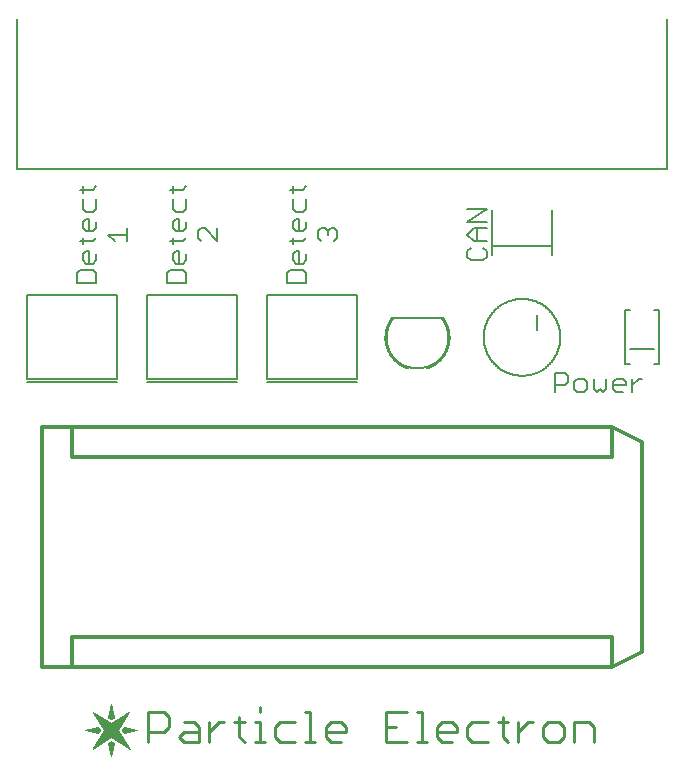
<source format=gto>
G75*
%MOIN*%
%OFA0B0*%
%FSLAX25Y25*%
%IPPOS*%
%LPD*%
%AMOC8*
5,1,8,0,0,1.08239X$1,22.5*
%
%ADD10C,0.00900*%
%ADD11C,0.00600*%
%ADD12C,0.01200*%
%ADD13C,0.00800*%
%ADD14C,0.00080*%
%ADD15C,0.00100*%
D10*
X0052250Y0011750D02*
X0052250Y0021859D01*
X0057304Y0021859D01*
X0058989Y0020174D01*
X0058989Y0016804D01*
X0057304Y0015120D01*
X0052250Y0015120D01*
X0062379Y0013435D02*
X0064063Y0015120D01*
X0069118Y0015120D01*
X0069118Y0016804D02*
X0069118Y0011750D01*
X0064063Y0011750D01*
X0062379Y0013435D01*
X0064063Y0018489D02*
X0067433Y0018489D01*
X0069118Y0016804D01*
X0072507Y0015120D02*
X0075877Y0018489D01*
X0077562Y0018489D01*
X0080948Y0018489D02*
X0084317Y0018489D01*
X0082633Y0020174D02*
X0082633Y0013435D01*
X0084317Y0011750D01*
X0087700Y0011750D02*
X0091070Y0011750D01*
X0089385Y0011750D02*
X0089385Y0018489D01*
X0087700Y0018489D01*
X0089385Y0021859D02*
X0089385Y0023543D01*
X0094453Y0016804D02*
X0094453Y0013435D01*
X0096137Y0011750D01*
X0101192Y0011750D01*
X0104581Y0011750D02*
X0107951Y0011750D01*
X0106266Y0011750D02*
X0106266Y0021859D01*
X0104581Y0021859D01*
X0101192Y0018489D02*
X0096137Y0018489D01*
X0094453Y0016804D01*
X0111334Y0016804D02*
X0111334Y0013435D01*
X0113019Y0011750D01*
X0116388Y0011750D01*
X0118073Y0015120D02*
X0111334Y0015120D01*
X0111334Y0016804D02*
X0113019Y0018489D01*
X0116388Y0018489D01*
X0118073Y0016804D01*
X0118073Y0015120D01*
X0131591Y0016804D02*
X0134961Y0016804D01*
X0138330Y0011750D02*
X0131591Y0011750D01*
X0131591Y0021859D01*
X0138330Y0021859D01*
X0141720Y0021859D02*
X0143405Y0021859D01*
X0143405Y0011750D01*
X0145089Y0011750D02*
X0141720Y0011750D01*
X0148472Y0013435D02*
X0148472Y0016804D01*
X0150157Y0018489D01*
X0153527Y0018489D01*
X0155211Y0016804D01*
X0155211Y0015120D01*
X0148472Y0015120D01*
X0148472Y0013435D02*
X0150157Y0011750D01*
X0153527Y0011750D01*
X0158601Y0013435D02*
X0158601Y0016804D01*
X0160286Y0018489D01*
X0165340Y0018489D01*
X0168730Y0018489D02*
X0172099Y0018489D01*
X0170414Y0020174D02*
X0170414Y0013435D01*
X0172099Y0011750D01*
X0175482Y0011750D02*
X0175482Y0018489D01*
X0175482Y0015120D02*
X0178851Y0018489D01*
X0180536Y0018489D01*
X0183922Y0016804D02*
X0183922Y0013435D01*
X0185607Y0011750D01*
X0188977Y0011750D01*
X0190662Y0013435D01*
X0190662Y0016804D01*
X0188977Y0018489D01*
X0185607Y0018489D01*
X0183922Y0016804D01*
X0194051Y0018489D02*
X0194051Y0011750D01*
X0200790Y0011750D02*
X0200790Y0016804D01*
X0199105Y0018489D01*
X0194051Y0018489D01*
X0165340Y0011750D02*
X0160286Y0011750D01*
X0158601Y0013435D01*
X0072507Y0011750D02*
X0072507Y0018489D01*
D11*
X0187773Y0128600D02*
X0187773Y0135005D01*
X0190976Y0135005D01*
X0192044Y0133938D01*
X0192044Y0131803D01*
X0190976Y0130735D01*
X0187773Y0130735D01*
X0194219Y0129668D02*
X0195286Y0128600D01*
X0197422Y0128600D01*
X0198489Y0129668D01*
X0198489Y0131803D01*
X0197422Y0132870D01*
X0195286Y0132870D01*
X0194219Y0131803D01*
X0194219Y0129668D01*
X0200664Y0129668D02*
X0201732Y0128600D01*
X0202799Y0129668D01*
X0203867Y0128600D01*
X0204935Y0129668D01*
X0204935Y0132870D01*
X0207110Y0131803D02*
X0208177Y0132870D01*
X0210313Y0132870D01*
X0211380Y0131803D01*
X0211380Y0130735D01*
X0207110Y0130735D01*
X0207110Y0129668D02*
X0207110Y0131803D01*
X0207110Y0129668D02*
X0208177Y0128600D01*
X0210313Y0128600D01*
X0213555Y0128600D02*
X0213555Y0132870D01*
X0213555Y0130735D02*
X0215690Y0132870D01*
X0216758Y0132870D01*
X0200664Y0132870D02*
X0200664Y0129668D01*
X0163932Y0172432D02*
X0165000Y0173499D01*
X0165000Y0175634D01*
X0163932Y0176702D01*
X0165000Y0178877D02*
X0160730Y0178877D01*
X0158595Y0181012D01*
X0160730Y0183148D01*
X0165000Y0183148D01*
X0165000Y0185323D02*
X0158595Y0185323D01*
X0165000Y0189593D01*
X0158595Y0189593D01*
X0161797Y0183148D02*
X0161797Y0178877D01*
X0159662Y0176702D02*
X0158595Y0175634D01*
X0158595Y0173499D01*
X0159662Y0172432D01*
X0163932Y0172432D01*
X0115250Y0179945D02*
X0114182Y0178877D01*
X0115250Y0179945D02*
X0115250Y0182080D01*
X0114182Y0183148D01*
X0113115Y0183148D01*
X0112047Y0182080D01*
X0112047Y0181012D01*
X0112047Y0182080D02*
X0110980Y0183148D01*
X0109912Y0183148D01*
X0108845Y0182080D01*
X0108845Y0179945D01*
X0109912Y0178877D01*
X0104750Y0179938D02*
X0103682Y0178871D01*
X0099412Y0178871D01*
X0100480Y0179938D02*
X0100480Y0177803D01*
X0101547Y0175628D02*
X0102615Y0175628D01*
X0102615Y0171357D01*
X0103682Y0171357D02*
X0101547Y0171357D01*
X0100480Y0172425D01*
X0100480Y0174560D01*
X0101547Y0175628D01*
X0104750Y0174560D02*
X0104750Y0172425D01*
X0103682Y0171357D01*
X0103682Y0169182D02*
X0099412Y0169182D01*
X0098345Y0168115D01*
X0098345Y0164912D01*
X0104750Y0164912D01*
X0104750Y0168115D01*
X0103682Y0169182D01*
X0103682Y0182100D02*
X0101547Y0182100D01*
X0100480Y0183168D01*
X0100480Y0185303D01*
X0101547Y0186370D01*
X0102615Y0186370D01*
X0102615Y0182100D01*
X0103682Y0182100D02*
X0104750Y0183168D01*
X0104750Y0185303D01*
X0103682Y0188545D02*
X0101547Y0188545D01*
X0100480Y0189613D01*
X0100480Y0192816D01*
X0100480Y0194991D02*
X0100480Y0197126D01*
X0099412Y0196059D02*
X0103682Y0196059D01*
X0104750Y0197126D01*
X0104750Y0192816D02*
X0104750Y0189613D01*
X0103682Y0188545D01*
X0075250Y0183148D02*
X0075250Y0178877D01*
X0070980Y0183148D01*
X0069912Y0183148D01*
X0068845Y0182080D01*
X0068845Y0179945D01*
X0069912Y0178877D01*
X0064750Y0179938D02*
X0063682Y0178871D01*
X0059412Y0178871D01*
X0060480Y0179938D02*
X0060480Y0177803D01*
X0061547Y0175628D02*
X0060480Y0174560D01*
X0060480Y0172425D01*
X0061547Y0171357D01*
X0063682Y0171357D01*
X0064750Y0172425D01*
X0064750Y0174560D01*
X0062615Y0175628D02*
X0062615Y0171357D01*
X0063682Y0169182D02*
X0059412Y0169182D01*
X0058345Y0168115D01*
X0058345Y0164912D01*
X0064750Y0164912D01*
X0064750Y0168115D01*
X0063682Y0169182D01*
X0062615Y0175628D02*
X0061547Y0175628D01*
X0061547Y0182100D02*
X0060480Y0183168D01*
X0060480Y0185303D01*
X0061547Y0186370D01*
X0062615Y0186370D01*
X0062615Y0182100D01*
X0063682Y0182100D02*
X0061547Y0182100D01*
X0063682Y0182100D02*
X0064750Y0183168D01*
X0064750Y0185303D01*
X0063682Y0188545D02*
X0061547Y0188545D01*
X0060480Y0189613D01*
X0060480Y0192816D01*
X0060480Y0194991D02*
X0060480Y0197126D01*
X0059412Y0196059D02*
X0063682Y0196059D01*
X0064750Y0197126D01*
X0064750Y0192816D02*
X0064750Y0189613D01*
X0063682Y0188545D01*
X0045250Y0183148D02*
X0045250Y0178877D01*
X0045250Y0181012D02*
X0038845Y0181012D01*
X0040980Y0178877D01*
X0034750Y0179938D02*
X0033682Y0178871D01*
X0029412Y0178871D01*
X0030480Y0179938D02*
X0030480Y0177803D01*
X0031547Y0175628D02*
X0032615Y0175628D01*
X0032615Y0171357D01*
X0033682Y0171357D02*
X0031547Y0171357D01*
X0030480Y0172425D01*
X0030480Y0174560D01*
X0031547Y0175628D01*
X0034750Y0174560D02*
X0034750Y0172425D01*
X0033682Y0171357D01*
X0033682Y0169182D02*
X0029412Y0169182D01*
X0028345Y0168115D01*
X0028345Y0164912D01*
X0034750Y0164912D01*
X0034750Y0168115D01*
X0033682Y0169182D01*
X0033682Y0182100D02*
X0031547Y0182100D01*
X0030480Y0183168D01*
X0030480Y0185303D01*
X0031547Y0186370D01*
X0032615Y0186370D01*
X0032615Y0182100D01*
X0033682Y0182100D02*
X0034750Y0183168D01*
X0034750Y0185303D01*
X0033682Y0188545D02*
X0031547Y0188545D01*
X0030480Y0189613D01*
X0030480Y0192816D01*
X0030480Y0194991D02*
X0030480Y0197126D01*
X0029412Y0196059D02*
X0033682Y0196059D01*
X0034750Y0197126D01*
X0034750Y0192816D02*
X0034750Y0189613D01*
X0033682Y0188545D01*
X0008532Y0203020D02*
X0008532Y0252784D01*
X0008532Y0203020D02*
X0225068Y0203020D01*
X0225068Y0252784D01*
D12*
X0206800Y0116800D02*
X0206800Y0106800D01*
X0026800Y0106800D01*
X0026800Y0116800D01*
X0206800Y0116800D01*
X0216800Y0111800D01*
X0216800Y0041800D01*
X0206800Y0036800D01*
X0206800Y0046800D01*
X0026800Y0046800D01*
X0026800Y0036800D01*
X0206800Y0036800D01*
X0026800Y0036800D02*
X0016800Y0036800D01*
X0016800Y0116800D01*
X0026800Y0116800D01*
D13*
X0011800Y0131800D02*
X0041800Y0131800D01*
X0041800Y0132800D02*
X0041800Y0160800D01*
X0011800Y0160800D01*
X0011800Y0132800D01*
X0041800Y0132800D01*
X0051800Y0132800D02*
X0051800Y0160800D01*
X0081800Y0160800D01*
X0081800Y0132800D01*
X0051800Y0132800D01*
X0051800Y0131800D02*
X0081800Y0131800D01*
X0091800Y0131800D02*
X0121800Y0131800D01*
X0121800Y0132800D02*
X0121800Y0160800D01*
X0091800Y0160800D01*
X0091800Y0132800D01*
X0121800Y0132800D01*
X0133554Y0153300D02*
X0150046Y0153300D01*
X0144300Y0136800D02*
X0144026Y0136743D01*
X0143751Y0136692D01*
X0143474Y0136648D01*
X0143197Y0136611D01*
X0142918Y0136580D01*
X0142639Y0136557D01*
X0142360Y0136540D01*
X0142080Y0136529D01*
X0141800Y0136526D01*
X0141520Y0136529D01*
X0141240Y0136540D01*
X0140961Y0136557D01*
X0140682Y0136580D01*
X0140403Y0136611D01*
X0140126Y0136648D01*
X0139849Y0136692D01*
X0139574Y0136743D01*
X0139300Y0136800D01*
X0139025Y0136865D01*
X0138752Y0136936D01*
X0138481Y0137014D01*
X0138211Y0137099D01*
X0137944Y0137190D01*
X0137679Y0137288D01*
X0137417Y0137392D01*
X0137157Y0137503D01*
X0136900Y0137619D01*
X0136646Y0137743D01*
X0136395Y0137872D01*
X0136148Y0138007D01*
X0135903Y0138149D01*
X0135663Y0138296D01*
X0135426Y0138450D01*
X0135192Y0138609D01*
X0134963Y0138773D01*
X0134738Y0138944D01*
X0134517Y0139119D01*
X0134300Y0139300D01*
X0139300Y0136800D02*
X0139575Y0136743D01*
X0139852Y0136692D01*
X0140130Y0136648D01*
X0140408Y0136610D01*
X0140688Y0136580D01*
X0140968Y0136556D01*
X0141249Y0136539D01*
X0141530Y0136529D01*
X0141811Y0136526D01*
X0142092Y0136530D01*
X0142373Y0136540D01*
X0142654Y0136558D01*
X0142934Y0136582D01*
X0143213Y0136613D01*
X0143492Y0136651D01*
X0143770Y0136696D01*
X0144046Y0136747D01*
X0144321Y0136805D01*
X0144595Y0136870D01*
X0144867Y0136942D01*
X0145137Y0137020D01*
X0145405Y0137104D01*
X0145671Y0137196D01*
X0145935Y0137293D01*
X0146196Y0137397D01*
X0146455Y0137508D01*
X0146711Y0137625D01*
X0146964Y0137748D01*
X0147213Y0137877D01*
X0147460Y0138012D01*
X0147703Y0138153D01*
X0147943Y0138300D01*
X0148179Y0138453D01*
X0148411Y0138611D01*
X0148640Y0138775D01*
X0148864Y0138945D01*
X0149084Y0139120D01*
X0149300Y0139300D01*
X0164005Y0146800D02*
X0164009Y0147114D01*
X0164020Y0147428D01*
X0164040Y0147741D01*
X0164067Y0148054D01*
X0164101Y0148366D01*
X0164143Y0148677D01*
X0164193Y0148987D01*
X0164251Y0149296D01*
X0164316Y0149603D01*
X0164388Y0149909D01*
X0164468Y0150213D01*
X0164556Y0150514D01*
X0164651Y0150814D01*
X0164753Y0151111D01*
X0164862Y0151405D01*
X0164979Y0151696D01*
X0165103Y0151985D01*
X0165233Y0152271D01*
X0165371Y0152553D01*
X0165516Y0152832D01*
X0165667Y0153107D01*
X0165825Y0153378D01*
X0165990Y0153645D01*
X0166161Y0153909D01*
X0166339Y0154167D01*
X0166523Y0154422D01*
X0166713Y0154672D01*
X0166909Y0154917D01*
X0167112Y0155157D01*
X0167320Y0155393D01*
X0167533Y0155623D01*
X0167753Y0155847D01*
X0167977Y0156067D01*
X0168207Y0156280D01*
X0168443Y0156488D01*
X0168683Y0156691D01*
X0168928Y0156887D01*
X0169178Y0157077D01*
X0169433Y0157261D01*
X0169691Y0157439D01*
X0169955Y0157610D01*
X0170222Y0157775D01*
X0170493Y0157933D01*
X0170768Y0158084D01*
X0171047Y0158229D01*
X0171329Y0158367D01*
X0171615Y0158497D01*
X0171904Y0158621D01*
X0172195Y0158738D01*
X0172489Y0158847D01*
X0172786Y0158949D01*
X0173086Y0159044D01*
X0173387Y0159132D01*
X0173691Y0159212D01*
X0173997Y0159284D01*
X0174304Y0159349D01*
X0174613Y0159407D01*
X0174923Y0159457D01*
X0175234Y0159499D01*
X0175546Y0159533D01*
X0175859Y0159560D01*
X0176172Y0159580D01*
X0176486Y0159591D01*
X0176800Y0159595D01*
X0177114Y0159591D01*
X0177428Y0159580D01*
X0177741Y0159560D01*
X0178054Y0159533D01*
X0178366Y0159499D01*
X0178677Y0159457D01*
X0178987Y0159407D01*
X0179296Y0159349D01*
X0179603Y0159284D01*
X0179909Y0159212D01*
X0180213Y0159132D01*
X0180514Y0159044D01*
X0180814Y0158949D01*
X0181111Y0158847D01*
X0181405Y0158738D01*
X0181696Y0158621D01*
X0181985Y0158497D01*
X0182271Y0158367D01*
X0182553Y0158229D01*
X0182832Y0158084D01*
X0183107Y0157933D01*
X0183378Y0157775D01*
X0183645Y0157610D01*
X0183909Y0157439D01*
X0184167Y0157261D01*
X0184422Y0157077D01*
X0184672Y0156887D01*
X0184917Y0156691D01*
X0185157Y0156488D01*
X0185393Y0156280D01*
X0185623Y0156067D01*
X0185847Y0155847D01*
X0186067Y0155623D01*
X0186280Y0155393D01*
X0186488Y0155157D01*
X0186691Y0154917D01*
X0186887Y0154672D01*
X0187077Y0154422D01*
X0187261Y0154167D01*
X0187439Y0153909D01*
X0187610Y0153645D01*
X0187775Y0153378D01*
X0187933Y0153107D01*
X0188084Y0152832D01*
X0188229Y0152553D01*
X0188367Y0152271D01*
X0188497Y0151985D01*
X0188621Y0151696D01*
X0188738Y0151405D01*
X0188847Y0151111D01*
X0188949Y0150814D01*
X0189044Y0150514D01*
X0189132Y0150213D01*
X0189212Y0149909D01*
X0189284Y0149603D01*
X0189349Y0149296D01*
X0189407Y0148987D01*
X0189457Y0148677D01*
X0189499Y0148366D01*
X0189533Y0148054D01*
X0189560Y0147741D01*
X0189580Y0147428D01*
X0189591Y0147114D01*
X0189595Y0146800D01*
X0189591Y0146486D01*
X0189580Y0146172D01*
X0189560Y0145859D01*
X0189533Y0145546D01*
X0189499Y0145234D01*
X0189457Y0144923D01*
X0189407Y0144613D01*
X0189349Y0144304D01*
X0189284Y0143997D01*
X0189212Y0143691D01*
X0189132Y0143387D01*
X0189044Y0143086D01*
X0188949Y0142786D01*
X0188847Y0142489D01*
X0188738Y0142195D01*
X0188621Y0141904D01*
X0188497Y0141615D01*
X0188367Y0141329D01*
X0188229Y0141047D01*
X0188084Y0140768D01*
X0187933Y0140493D01*
X0187775Y0140222D01*
X0187610Y0139955D01*
X0187439Y0139691D01*
X0187261Y0139433D01*
X0187077Y0139178D01*
X0186887Y0138928D01*
X0186691Y0138683D01*
X0186488Y0138443D01*
X0186280Y0138207D01*
X0186067Y0137977D01*
X0185847Y0137753D01*
X0185623Y0137533D01*
X0185393Y0137320D01*
X0185157Y0137112D01*
X0184917Y0136909D01*
X0184672Y0136713D01*
X0184422Y0136523D01*
X0184167Y0136339D01*
X0183909Y0136161D01*
X0183645Y0135990D01*
X0183378Y0135825D01*
X0183107Y0135667D01*
X0182832Y0135516D01*
X0182553Y0135371D01*
X0182271Y0135233D01*
X0181985Y0135103D01*
X0181696Y0134979D01*
X0181405Y0134862D01*
X0181111Y0134753D01*
X0180814Y0134651D01*
X0180514Y0134556D01*
X0180213Y0134468D01*
X0179909Y0134388D01*
X0179603Y0134316D01*
X0179296Y0134251D01*
X0178987Y0134193D01*
X0178677Y0134143D01*
X0178366Y0134101D01*
X0178054Y0134067D01*
X0177741Y0134040D01*
X0177428Y0134020D01*
X0177114Y0134009D01*
X0176800Y0134005D01*
X0176486Y0134009D01*
X0176172Y0134020D01*
X0175859Y0134040D01*
X0175546Y0134067D01*
X0175234Y0134101D01*
X0174923Y0134143D01*
X0174613Y0134193D01*
X0174304Y0134251D01*
X0173997Y0134316D01*
X0173691Y0134388D01*
X0173387Y0134468D01*
X0173086Y0134556D01*
X0172786Y0134651D01*
X0172489Y0134753D01*
X0172195Y0134862D01*
X0171904Y0134979D01*
X0171615Y0135103D01*
X0171329Y0135233D01*
X0171047Y0135371D01*
X0170768Y0135516D01*
X0170493Y0135667D01*
X0170222Y0135825D01*
X0169955Y0135990D01*
X0169691Y0136161D01*
X0169433Y0136339D01*
X0169178Y0136523D01*
X0168928Y0136713D01*
X0168683Y0136909D01*
X0168443Y0137112D01*
X0168207Y0137320D01*
X0167977Y0137533D01*
X0167753Y0137753D01*
X0167533Y0137977D01*
X0167320Y0138207D01*
X0167112Y0138443D01*
X0166909Y0138683D01*
X0166713Y0138928D01*
X0166523Y0139178D01*
X0166339Y0139433D01*
X0166161Y0139691D01*
X0165990Y0139955D01*
X0165825Y0140222D01*
X0165667Y0140493D01*
X0165516Y0140768D01*
X0165371Y0141047D01*
X0165233Y0141329D01*
X0165103Y0141615D01*
X0164979Y0141904D01*
X0164862Y0142195D01*
X0164753Y0142489D01*
X0164651Y0142786D01*
X0164556Y0143086D01*
X0164468Y0143387D01*
X0164388Y0143691D01*
X0164316Y0143997D01*
X0164251Y0144304D01*
X0164193Y0144613D01*
X0164143Y0144923D01*
X0164101Y0145234D01*
X0164067Y0145546D01*
X0164040Y0145859D01*
X0164020Y0146172D01*
X0164009Y0146486D01*
X0164005Y0146800D01*
X0181800Y0149300D02*
X0181800Y0154300D01*
X0186643Y0174320D02*
X0186643Y0177288D01*
X0166957Y0177288D01*
X0166957Y0189280D01*
X0166957Y0177288D02*
X0166957Y0174320D01*
X0186643Y0177288D02*
X0186643Y0189280D01*
X0211091Y0155855D02*
X0212863Y0155855D01*
X0211091Y0155855D02*
X0211091Y0137745D01*
X0212863Y0137745D01*
X0212863Y0142863D02*
X0220737Y0142863D01*
X0220737Y0137745D02*
X0222509Y0137745D01*
X0222509Y0155855D01*
X0220737Y0155855D01*
D14*
X0133247Y0153491D02*
X0133812Y0153045D01*
X0133812Y0153046D02*
X0133662Y0152849D01*
X0133516Y0152648D01*
X0133376Y0152444D01*
X0133240Y0152236D01*
X0133110Y0152025D01*
X0132985Y0151811D01*
X0132865Y0151594D01*
X0132750Y0151374D01*
X0132641Y0151152D01*
X0132538Y0150927D01*
X0132440Y0150699D01*
X0132347Y0150469D01*
X0132260Y0150237D01*
X0132179Y0150003D01*
X0132104Y0149767D01*
X0132034Y0149529D01*
X0131970Y0149289D01*
X0131912Y0149048D01*
X0131860Y0148806D01*
X0131814Y0148562D01*
X0131774Y0148318D01*
X0131740Y0148072D01*
X0131712Y0147826D01*
X0131690Y0147579D01*
X0131674Y0147332D01*
X0131664Y0147084D01*
X0131660Y0146836D01*
X0131662Y0146588D01*
X0131670Y0146341D01*
X0131685Y0146093D01*
X0131705Y0145846D01*
X0131731Y0145600D01*
X0131764Y0145354D01*
X0131802Y0145109D01*
X0131846Y0144865D01*
X0131897Y0144622D01*
X0131953Y0144381D01*
X0132015Y0144141D01*
X0132083Y0143903D01*
X0132156Y0143666D01*
X0132236Y0143431D01*
X0132321Y0143198D01*
X0132412Y0142968D01*
X0132508Y0142740D01*
X0132611Y0142514D01*
X0132718Y0142290D01*
X0132831Y0142070D01*
X0132949Y0141852D01*
X0133073Y0141637D01*
X0133202Y0141425D01*
X0133336Y0141217D01*
X0133475Y0141011D01*
X0133619Y0140810D01*
X0133767Y0140612D01*
X0133921Y0140417D01*
X0134079Y0140226D01*
X0134242Y0140040D01*
X0134410Y0139857D01*
X0134582Y0139678D01*
X0134758Y0139504D01*
X0134939Y0139334D01*
X0135123Y0139169D01*
X0135312Y0139008D01*
X0135504Y0138851D01*
X0135700Y0138700D01*
X0135900Y0138553D01*
X0136103Y0138411D01*
X0136310Y0138275D01*
X0136520Y0138143D01*
X0136733Y0138017D01*
X0136949Y0137895D01*
X0137169Y0137780D01*
X0137390Y0137669D01*
X0137615Y0137564D01*
X0137842Y0137464D01*
X0138071Y0137370D01*
X0138303Y0137282D01*
X0138537Y0137199D01*
X0138772Y0137123D01*
X0138560Y0136435D01*
X0138307Y0136517D01*
X0138057Y0136605D01*
X0137809Y0136700D01*
X0137563Y0136801D01*
X0137320Y0136907D01*
X0137079Y0137020D01*
X0136842Y0137138D01*
X0136607Y0137262D01*
X0136375Y0137392D01*
X0136147Y0137527D01*
X0135922Y0137668D01*
X0135700Y0137815D01*
X0135483Y0137967D01*
X0135269Y0138124D01*
X0135058Y0138286D01*
X0134852Y0138453D01*
X0134650Y0138626D01*
X0134452Y0138803D01*
X0134259Y0138985D01*
X0134070Y0139172D01*
X0133886Y0139363D01*
X0133707Y0139559D01*
X0133532Y0139759D01*
X0133362Y0139963D01*
X0133198Y0140171D01*
X0133038Y0140384D01*
X0132884Y0140600D01*
X0132735Y0140820D01*
X0132592Y0141043D01*
X0132454Y0141270D01*
X0132321Y0141500D01*
X0132194Y0141733D01*
X0132073Y0141970D01*
X0131958Y0142209D01*
X0131849Y0142451D01*
X0131745Y0142696D01*
X0131648Y0142943D01*
X0131557Y0143192D01*
X0131472Y0143443D01*
X0131393Y0143697D01*
X0131320Y0143952D01*
X0131254Y0144209D01*
X0131193Y0144468D01*
X0131139Y0144728D01*
X0131092Y0144989D01*
X0131051Y0145252D01*
X0131016Y0145515D01*
X0130988Y0145779D01*
X0130966Y0146044D01*
X0130951Y0146309D01*
X0130942Y0146574D01*
X0130940Y0146840D01*
X0130944Y0147105D01*
X0130955Y0147371D01*
X0130972Y0147635D01*
X0130996Y0147900D01*
X0131026Y0148164D01*
X0131063Y0148427D01*
X0131106Y0148689D01*
X0131155Y0148950D01*
X0131211Y0149209D01*
X0131273Y0149468D01*
X0131341Y0149724D01*
X0131416Y0149979D01*
X0131497Y0150232D01*
X0131584Y0150483D01*
X0131677Y0150731D01*
X0131776Y0150978D01*
X0131881Y0151222D01*
X0131992Y0151463D01*
X0132109Y0151701D01*
X0132232Y0151937D01*
X0132360Y0152169D01*
X0132494Y0152398D01*
X0132634Y0152624D01*
X0132779Y0152847D01*
X0132930Y0153065D01*
X0133085Y0153280D01*
X0133246Y0153491D01*
X0133305Y0153445D01*
X0133145Y0153235D01*
X0132991Y0153022D01*
X0132841Y0152805D01*
X0132697Y0152584D01*
X0132558Y0152359D01*
X0132425Y0152132D01*
X0132298Y0151901D01*
X0132176Y0151667D01*
X0132060Y0151430D01*
X0131949Y0151191D01*
X0131845Y0150949D01*
X0131746Y0150704D01*
X0131654Y0150457D01*
X0131568Y0150208D01*
X0131487Y0149957D01*
X0131413Y0149704D01*
X0131345Y0149449D01*
X0131284Y0149193D01*
X0131228Y0148935D01*
X0131179Y0148676D01*
X0131137Y0148415D01*
X0131100Y0148154D01*
X0131070Y0147892D01*
X0131047Y0147630D01*
X0131030Y0147366D01*
X0131019Y0147103D01*
X0131015Y0146839D01*
X0131017Y0146576D01*
X0131026Y0146312D01*
X0131041Y0146049D01*
X0131063Y0145786D01*
X0131091Y0145524D01*
X0131125Y0145262D01*
X0131166Y0145002D01*
X0131213Y0144742D01*
X0131267Y0144484D01*
X0131326Y0144227D01*
X0131392Y0143972D01*
X0131465Y0143718D01*
X0131543Y0143467D01*
X0131628Y0143217D01*
X0131718Y0142969D01*
X0131815Y0142724D01*
X0131918Y0142481D01*
X0132026Y0142241D01*
X0132141Y0142003D01*
X0132261Y0141768D01*
X0132387Y0141537D01*
X0132518Y0141308D01*
X0132655Y0141083D01*
X0132798Y0140861D01*
X0132945Y0140643D01*
X0133099Y0140428D01*
X0133257Y0140217D01*
X0133421Y0140010D01*
X0133589Y0139807D01*
X0133762Y0139609D01*
X0133941Y0139414D01*
X0134124Y0139224D01*
X0134311Y0139039D01*
X0134503Y0138858D01*
X0134699Y0138682D01*
X0134900Y0138511D01*
X0135105Y0138345D01*
X0135313Y0138184D01*
X0135526Y0138028D01*
X0135742Y0137877D01*
X0135962Y0137731D01*
X0136186Y0137591D01*
X0136413Y0137457D01*
X0136643Y0137328D01*
X0136876Y0137205D01*
X0137112Y0137087D01*
X0137351Y0136976D01*
X0137592Y0136870D01*
X0137836Y0136770D01*
X0138083Y0136676D01*
X0138331Y0136588D01*
X0138582Y0136506D01*
X0138604Y0136578D01*
X0138355Y0136659D01*
X0138108Y0136746D01*
X0137864Y0136840D01*
X0137621Y0136939D01*
X0137381Y0137044D01*
X0137144Y0137155D01*
X0136910Y0137272D01*
X0136678Y0137394D01*
X0136450Y0137522D01*
X0136225Y0137656D01*
X0136003Y0137795D01*
X0135784Y0137939D01*
X0135570Y0138089D01*
X0135358Y0138244D01*
X0135151Y0138404D01*
X0134948Y0138569D01*
X0134749Y0138739D01*
X0134554Y0138914D01*
X0134363Y0139093D01*
X0134177Y0139277D01*
X0133995Y0139466D01*
X0133818Y0139659D01*
X0133646Y0139856D01*
X0133479Y0140058D01*
X0133316Y0140263D01*
X0133159Y0140472D01*
X0133007Y0140685D01*
X0132860Y0140902D01*
X0132719Y0141123D01*
X0132583Y0141346D01*
X0132452Y0141573D01*
X0132327Y0141803D01*
X0132208Y0142036D01*
X0132094Y0142272D01*
X0131986Y0142511D01*
X0131884Y0142752D01*
X0131788Y0142996D01*
X0131698Y0143242D01*
X0131614Y0143490D01*
X0131536Y0143740D01*
X0131465Y0143992D01*
X0131399Y0144245D01*
X0131340Y0144500D01*
X0131287Y0144757D01*
X0131240Y0145014D01*
X0131199Y0145273D01*
X0131165Y0145533D01*
X0131137Y0145793D01*
X0131116Y0146054D01*
X0131101Y0146315D01*
X0131092Y0146577D01*
X0131090Y0146839D01*
X0131094Y0147101D01*
X0131105Y0147362D01*
X0131122Y0147624D01*
X0131145Y0147885D01*
X0131175Y0148145D01*
X0131211Y0148404D01*
X0131253Y0148662D01*
X0131302Y0148920D01*
X0131357Y0149176D01*
X0131418Y0149430D01*
X0131485Y0149683D01*
X0131559Y0149935D01*
X0131639Y0150184D01*
X0131725Y0150432D01*
X0131816Y0150677D01*
X0131914Y0150920D01*
X0132018Y0151160D01*
X0132127Y0151398D01*
X0132243Y0151633D01*
X0132364Y0151865D01*
X0132490Y0152095D01*
X0132622Y0152321D01*
X0132760Y0152543D01*
X0132903Y0152763D01*
X0133052Y0152978D01*
X0133205Y0153190D01*
X0133364Y0153399D01*
X0133423Y0153352D01*
X0133265Y0153145D01*
X0133113Y0152935D01*
X0132965Y0152721D01*
X0132823Y0152503D01*
X0132687Y0152282D01*
X0132555Y0152057D01*
X0132430Y0151830D01*
X0132309Y0151599D01*
X0132195Y0151366D01*
X0132086Y0151129D01*
X0131983Y0150891D01*
X0131886Y0150650D01*
X0131795Y0150406D01*
X0131710Y0150160D01*
X0131631Y0149913D01*
X0131558Y0149663D01*
X0131491Y0149412D01*
X0131430Y0149159D01*
X0131375Y0148905D01*
X0131327Y0148649D01*
X0131285Y0148393D01*
X0131249Y0148135D01*
X0131220Y0147877D01*
X0131196Y0147618D01*
X0131180Y0147358D01*
X0131169Y0147099D01*
X0131165Y0146839D01*
X0131167Y0146579D01*
X0131176Y0146319D01*
X0131191Y0146059D01*
X0131212Y0145800D01*
X0131240Y0145541D01*
X0131274Y0145284D01*
X0131314Y0145027D01*
X0131360Y0144771D01*
X0131413Y0144516D01*
X0131472Y0144263D01*
X0131537Y0144011D01*
X0131608Y0143761D01*
X0131686Y0143513D01*
X0131769Y0143267D01*
X0131858Y0143023D01*
X0131954Y0142781D01*
X0132055Y0142541D01*
X0132162Y0142304D01*
X0132275Y0142070D01*
X0132393Y0141838D01*
X0132517Y0141610D01*
X0132647Y0141385D01*
X0132782Y0141162D01*
X0132923Y0140944D01*
X0133069Y0140728D01*
X0133220Y0140517D01*
X0133376Y0140309D01*
X0133537Y0140105D01*
X0133703Y0139905D01*
X0133874Y0139709D01*
X0134050Y0139517D01*
X0134230Y0139330D01*
X0134415Y0139147D01*
X0134604Y0138969D01*
X0134798Y0138795D01*
X0134996Y0138627D01*
X0135198Y0138463D01*
X0135403Y0138304D01*
X0135613Y0138150D01*
X0135826Y0138001D01*
X0136043Y0137858D01*
X0136264Y0137720D01*
X0136487Y0137587D01*
X0136714Y0137460D01*
X0136944Y0137338D01*
X0137177Y0137223D01*
X0137412Y0137112D01*
X0137650Y0137008D01*
X0137891Y0136909D01*
X0138134Y0136817D01*
X0138379Y0136730D01*
X0138626Y0136650D01*
X0138648Y0136721D01*
X0138403Y0136801D01*
X0138160Y0136887D01*
X0137918Y0136979D01*
X0137679Y0137077D01*
X0137443Y0137181D01*
X0137209Y0137290D01*
X0136978Y0137405D01*
X0136750Y0137526D01*
X0136524Y0137652D01*
X0136302Y0137784D01*
X0136084Y0137921D01*
X0135868Y0138063D01*
X0135657Y0138211D01*
X0135448Y0138364D01*
X0135244Y0138522D01*
X0135044Y0138684D01*
X0134847Y0138852D01*
X0134655Y0139024D01*
X0134467Y0139201D01*
X0134283Y0139383D01*
X0134104Y0139569D01*
X0133930Y0139759D01*
X0133760Y0139954D01*
X0133595Y0140152D01*
X0133435Y0140355D01*
X0133280Y0140561D01*
X0133130Y0140771D01*
X0132985Y0140985D01*
X0132846Y0141202D01*
X0132712Y0141423D01*
X0132583Y0141647D01*
X0132460Y0141873D01*
X0132342Y0142103D01*
X0132230Y0142336D01*
X0132124Y0142571D01*
X0132023Y0142809D01*
X0131929Y0143049D01*
X0131840Y0143292D01*
X0131757Y0143536D01*
X0131680Y0143783D01*
X0131610Y0144031D01*
X0131545Y0144281D01*
X0131486Y0144532D01*
X0131434Y0144785D01*
X0131388Y0145039D01*
X0131348Y0145294D01*
X0131314Y0145550D01*
X0131287Y0145807D01*
X0131266Y0146064D01*
X0131251Y0146322D01*
X0131242Y0146580D01*
X0131240Y0146838D01*
X0131244Y0147096D01*
X0131255Y0147354D01*
X0131271Y0147612D01*
X0131294Y0147869D01*
X0131324Y0148126D01*
X0131359Y0148381D01*
X0131401Y0148636D01*
X0131449Y0148890D01*
X0131503Y0149142D01*
X0131563Y0149393D01*
X0131630Y0149643D01*
X0131702Y0149891D01*
X0131781Y0150136D01*
X0131865Y0150380D01*
X0131956Y0150622D01*
X0132052Y0150862D01*
X0132155Y0151099D01*
X0132263Y0151333D01*
X0132376Y0151565D01*
X0132496Y0151794D01*
X0132620Y0152020D01*
X0132751Y0152243D01*
X0132887Y0152462D01*
X0133028Y0152679D01*
X0133174Y0152891D01*
X0133325Y0153100D01*
X0133482Y0153306D01*
X0133541Y0153259D01*
X0133385Y0153055D01*
X0133235Y0152848D01*
X0133090Y0152637D01*
X0132950Y0152422D01*
X0132815Y0152204D01*
X0132685Y0151983D01*
X0132562Y0151758D01*
X0132443Y0151531D01*
X0132330Y0151301D01*
X0132223Y0151068D01*
X0132122Y0150833D01*
X0132026Y0150595D01*
X0131936Y0150355D01*
X0131852Y0150113D01*
X0131774Y0149868D01*
X0131702Y0149622D01*
X0131636Y0149375D01*
X0131576Y0149125D01*
X0131522Y0148875D01*
X0131475Y0148623D01*
X0131433Y0148370D01*
X0131398Y0148116D01*
X0131369Y0147861D01*
X0131346Y0147606D01*
X0131329Y0147350D01*
X0131319Y0147094D01*
X0131315Y0146838D01*
X0131317Y0146582D01*
X0131326Y0146325D01*
X0131340Y0146069D01*
X0131361Y0145814D01*
X0131389Y0145559D01*
X0131422Y0145305D01*
X0131462Y0145052D01*
X0131508Y0144799D01*
X0131560Y0144548D01*
X0131618Y0144299D01*
X0131682Y0144051D01*
X0131752Y0143804D01*
X0131828Y0143559D01*
X0131911Y0143317D01*
X0131999Y0143076D01*
X0132093Y0142837D01*
X0132192Y0142601D01*
X0132298Y0142368D01*
X0132409Y0142137D01*
X0132526Y0141909D01*
X0132648Y0141683D01*
X0132776Y0141461D01*
X0132909Y0141242D01*
X0133048Y0141026D01*
X0133192Y0140814D01*
X0133340Y0140605D01*
X0133494Y0140401D01*
X0133653Y0140199D01*
X0133817Y0140002D01*
X0133986Y0139809D01*
X0134159Y0139620D01*
X0134337Y0139436D01*
X0134519Y0139255D01*
X0134706Y0139080D01*
X0134896Y0138908D01*
X0135091Y0138742D01*
X0135290Y0138580D01*
X0135493Y0138424D01*
X0135700Y0138272D01*
X0135910Y0138126D01*
X0136124Y0137984D01*
X0136341Y0137848D01*
X0136562Y0137717D01*
X0136785Y0137592D01*
X0137012Y0137472D01*
X0137241Y0137358D01*
X0137474Y0137249D01*
X0137708Y0137146D01*
X0137946Y0137049D01*
X0138185Y0136958D01*
X0138427Y0136872D01*
X0138671Y0136793D01*
X0138693Y0136865D01*
X0138451Y0136944D01*
X0138211Y0137028D01*
X0137973Y0137119D01*
X0137737Y0137215D01*
X0137504Y0137318D01*
X0137274Y0137425D01*
X0137046Y0137539D01*
X0136821Y0137658D01*
X0136599Y0137782D01*
X0136380Y0137912D01*
X0136165Y0138047D01*
X0135952Y0138188D01*
X0135743Y0138333D01*
X0135538Y0138484D01*
X0135337Y0138639D01*
X0135139Y0138800D01*
X0134946Y0138965D01*
X0134756Y0139135D01*
X0134571Y0139309D01*
X0134390Y0139488D01*
X0134214Y0139672D01*
X0134042Y0139859D01*
X0133874Y0140051D01*
X0133712Y0140247D01*
X0133554Y0140446D01*
X0133401Y0140650D01*
X0133253Y0140857D01*
X0133110Y0141068D01*
X0132973Y0141282D01*
X0132841Y0141499D01*
X0132714Y0141720D01*
X0132592Y0141944D01*
X0132476Y0142170D01*
X0132366Y0142399D01*
X0132261Y0142631D01*
X0132162Y0142866D01*
X0132069Y0143103D01*
X0131981Y0143342D01*
X0131900Y0143583D01*
X0131824Y0143826D01*
X0131754Y0144070D01*
X0131691Y0144317D01*
X0131633Y0144565D01*
X0131581Y0144814D01*
X0131536Y0145064D01*
X0131496Y0145316D01*
X0131463Y0145568D01*
X0131436Y0145821D01*
X0131415Y0146075D01*
X0131401Y0146329D01*
X0131392Y0146583D01*
X0131390Y0146838D01*
X0131394Y0147092D01*
X0131404Y0147346D01*
X0131421Y0147600D01*
X0131443Y0147854D01*
X0131472Y0148107D01*
X0131507Y0148359D01*
X0131549Y0148610D01*
X0131596Y0148860D01*
X0131649Y0149109D01*
X0131709Y0149356D01*
X0131774Y0149602D01*
X0131846Y0149846D01*
X0131923Y0150089D01*
X0132006Y0150329D01*
X0132096Y0150568D01*
X0132191Y0150804D01*
X0132291Y0151037D01*
X0132398Y0151268D01*
X0132510Y0151497D01*
X0132627Y0151723D01*
X0132751Y0151945D01*
X0132879Y0152165D01*
X0133013Y0152382D01*
X0133152Y0152595D01*
X0133296Y0152804D01*
X0133445Y0153010D01*
X0133600Y0153213D01*
X0133659Y0153166D01*
X0133506Y0152966D01*
X0133357Y0152761D01*
X0133214Y0152553D01*
X0133076Y0152341D01*
X0132943Y0152126D01*
X0132816Y0151908D01*
X0132693Y0151687D01*
X0132577Y0151463D01*
X0132465Y0151236D01*
X0132360Y0151007D01*
X0132260Y0150775D01*
X0132166Y0150540D01*
X0132077Y0150304D01*
X0131994Y0150065D01*
X0131917Y0149824D01*
X0131846Y0149582D01*
X0131781Y0149338D01*
X0131722Y0149092D01*
X0131669Y0148845D01*
X0131622Y0148597D01*
X0131581Y0148347D01*
X0131547Y0148097D01*
X0131518Y0147846D01*
X0131496Y0147594D01*
X0131479Y0147342D01*
X0131469Y0147090D01*
X0131465Y0146837D01*
X0131467Y0146585D01*
X0131476Y0146332D01*
X0131490Y0146080D01*
X0131511Y0145828D01*
X0131538Y0145577D01*
X0131571Y0145326D01*
X0131610Y0145077D01*
X0131655Y0144828D01*
X0131706Y0144581D01*
X0131763Y0144335D01*
X0131827Y0144090D01*
X0131896Y0143847D01*
X0131971Y0143606D01*
X0132052Y0143366D01*
X0132139Y0143129D01*
X0132231Y0142894D01*
X0132330Y0142661D01*
X0132434Y0142431D01*
X0132543Y0142203D01*
X0132659Y0141979D01*
X0132779Y0141757D01*
X0132905Y0141538D01*
X0133036Y0141322D01*
X0133173Y0141109D01*
X0133315Y0140900D01*
X0133461Y0140694D01*
X0133613Y0140492D01*
X0133770Y0140294D01*
X0133931Y0140100D01*
X0134097Y0139909D01*
X0134268Y0139723D01*
X0134443Y0139541D01*
X0134623Y0139363D01*
X0134807Y0139190D01*
X0134995Y0139022D01*
X0135187Y0138858D01*
X0135383Y0138698D01*
X0135583Y0138544D01*
X0135787Y0138394D01*
X0135994Y0138250D01*
X0136205Y0138110D01*
X0136419Y0137976D01*
X0136636Y0137847D01*
X0136857Y0137724D01*
X0137080Y0137606D01*
X0137306Y0137493D01*
X0137535Y0137386D01*
X0137766Y0137285D01*
X0138000Y0137189D01*
X0138236Y0137099D01*
X0138475Y0137015D01*
X0138715Y0136936D01*
X0138737Y0137008D01*
X0138498Y0137086D01*
X0138262Y0137169D01*
X0138028Y0137259D01*
X0137795Y0137354D01*
X0137566Y0137454D01*
X0137339Y0137561D01*
X0137114Y0137673D01*
X0136892Y0137790D01*
X0136674Y0137912D01*
X0136458Y0138040D01*
X0136245Y0138174D01*
X0136036Y0138312D01*
X0135830Y0138455D01*
X0135628Y0138604D01*
X0135430Y0138757D01*
X0135235Y0138915D01*
X0135044Y0139078D01*
X0134858Y0139246D01*
X0134675Y0139418D01*
X0134497Y0139594D01*
X0134323Y0139775D01*
X0134153Y0139959D01*
X0133988Y0140148D01*
X0133828Y0140341D01*
X0133672Y0140538D01*
X0133522Y0140739D01*
X0133376Y0140943D01*
X0133236Y0141150D01*
X0133100Y0141362D01*
X0132970Y0141576D01*
X0132845Y0141793D01*
X0132725Y0142014D01*
X0132611Y0142237D01*
X0132502Y0142463D01*
X0132399Y0142691D01*
X0132301Y0142922D01*
X0132209Y0143156D01*
X0132123Y0143391D01*
X0132042Y0143629D01*
X0131968Y0143868D01*
X0131899Y0144110D01*
X0131836Y0144352D01*
X0131779Y0144597D01*
X0131729Y0144842D01*
X0131684Y0145089D01*
X0131645Y0145337D01*
X0131612Y0145586D01*
X0131585Y0145835D01*
X0131565Y0146085D01*
X0131551Y0146335D01*
X0131542Y0146586D01*
X0131540Y0146837D01*
X0131544Y0147088D01*
X0131554Y0147338D01*
X0131570Y0147588D01*
X0131593Y0147838D01*
X0131621Y0148087D01*
X0131656Y0148336D01*
X0131696Y0148583D01*
X0131743Y0148830D01*
X0131795Y0149075D01*
X0131854Y0149319D01*
X0131919Y0149561D01*
X0131989Y0149802D01*
X0132065Y0150041D01*
X0132147Y0150278D01*
X0132235Y0150513D01*
X0132329Y0150746D01*
X0132428Y0150976D01*
X0132533Y0151204D01*
X0132644Y0151429D01*
X0132759Y0151651D01*
X0132881Y0151871D01*
X0133007Y0152087D01*
X0133139Y0152301D01*
X0133276Y0152511D01*
X0133418Y0152717D01*
X0133566Y0152921D01*
X0133718Y0153120D01*
X0133777Y0153074D01*
X0133626Y0152876D01*
X0133479Y0152674D01*
X0133338Y0152469D01*
X0133202Y0152260D01*
X0133071Y0152049D01*
X0132946Y0151834D01*
X0132825Y0151616D01*
X0132710Y0151395D01*
X0132601Y0151171D01*
X0132497Y0150945D01*
X0132398Y0150717D01*
X0132305Y0150486D01*
X0132218Y0150252D01*
X0132136Y0150017D01*
X0132061Y0149780D01*
X0131991Y0149541D01*
X0131927Y0149300D01*
X0131869Y0149058D01*
X0131816Y0148815D01*
X0131770Y0148570D01*
X0131730Y0148325D01*
X0131695Y0148078D01*
X0131667Y0147831D01*
X0131645Y0147583D01*
X0131629Y0147334D01*
X0131619Y0147085D01*
X0131615Y0146836D01*
X0131617Y0146587D01*
X0131625Y0146339D01*
X0131640Y0146090D01*
X0131660Y0145842D01*
X0131687Y0145594D01*
X0131719Y0145348D01*
X0131758Y0145102D01*
X0131802Y0144857D01*
X0131853Y0144613D01*
X0131909Y0144370D01*
X0131971Y0144129D01*
X0132040Y0143890D01*
X0132114Y0143652D01*
X0132194Y0143416D01*
X0132279Y0143182D01*
X0132370Y0142951D01*
X0132467Y0142722D01*
X0132570Y0142495D01*
X0132678Y0142270D01*
X0132791Y0142049D01*
X0132910Y0141830D01*
X0133034Y0141614D01*
X0133164Y0141401D01*
X0133298Y0141192D01*
X0133438Y0140986D01*
X0133582Y0140783D01*
X0133732Y0140584D01*
X0133886Y0140389D01*
X0134045Y0140197D01*
X0134209Y0140010D01*
X0134377Y0139826D01*
X0134550Y0139647D01*
X0134727Y0139472D01*
X0134908Y0139301D01*
X0135094Y0139135D01*
X0135283Y0138973D01*
X0135476Y0138816D01*
X0135673Y0138664D01*
X0135874Y0138517D01*
X0136078Y0138374D01*
X0136286Y0138237D01*
X0136497Y0138105D01*
X0136711Y0137978D01*
X0136928Y0137856D01*
X0137148Y0137739D01*
X0137371Y0137628D01*
X0137596Y0137523D01*
X0137825Y0137423D01*
X0138055Y0137329D01*
X0138288Y0137240D01*
X0138522Y0137157D01*
X0138759Y0137080D01*
X0145039Y0136435D02*
X0144827Y0137123D01*
X0144828Y0137123D02*
X0145063Y0137199D01*
X0145297Y0137282D01*
X0145529Y0137370D01*
X0145758Y0137464D01*
X0145985Y0137564D01*
X0146209Y0137669D01*
X0146431Y0137779D01*
X0146650Y0137895D01*
X0146867Y0138017D01*
X0147080Y0138143D01*
X0147290Y0138275D01*
X0147497Y0138411D01*
X0147700Y0138553D01*
X0147900Y0138700D01*
X0148096Y0138851D01*
X0148288Y0139008D01*
X0148477Y0139169D01*
X0148661Y0139334D01*
X0148842Y0139504D01*
X0149018Y0139678D01*
X0149190Y0139857D01*
X0149357Y0140039D01*
X0149520Y0140226D01*
X0149679Y0140417D01*
X0149832Y0140611D01*
X0149981Y0140810D01*
X0150125Y0141011D01*
X0150264Y0141217D01*
X0150398Y0141425D01*
X0150527Y0141637D01*
X0150651Y0141852D01*
X0150769Y0142070D01*
X0150882Y0142290D01*
X0150989Y0142514D01*
X0151091Y0142739D01*
X0151188Y0142968D01*
X0151279Y0143198D01*
X0151364Y0143431D01*
X0151443Y0143666D01*
X0151517Y0143903D01*
X0151585Y0144141D01*
X0151647Y0144381D01*
X0151703Y0144622D01*
X0151754Y0144865D01*
X0151798Y0145109D01*
X0151836Y0145354D01*
X0151869Y0145600D01*
X0151895Y0145846D01*
X0151915Y0146093D01*
X0151930Y0146340D01*
X0151938Y0146588D01*
X0151940Y0146836D01*
X0151936Y0147084D01*
X0151926Y0147332D01*
X0151910Y0147579D01*
X0151888Y0147826D01*
X0151860Y0148072D01*
X0151826Y0148318D01*
X0151786Y0148562D01*
X0151740Y0148806D01*
X0151688Y0149048D01*
X0151630Y0149289D01*
X0151566Y0149529D01*
X0151496Y0149766D01*
X0151421Y0150003D01*
X0151340Y0150237D01*
X0151253Y0150469D01*
X0151160Y0150699D01*
X0151062Y0150927D01*
X0150959Y0151152D01*
X0150850Y0151374D01*
X0150735Y0151594D01*
X0150615Y0151811D01*
X0150490Y0152025D01*
X0150360Y0152236D01*
X0150224Y0152443D01*
X0150084Y0152648D01*
X0149939Y0152848D01*
X0149788Y0153046D01*
X0150353Y0153491D01*
X0150354Y0153491D01*
X0150515Y0153280D01*
X0150671Y0153065D01*
X0150821Y0152846D01*
X0150966Y0152624D01*
X0151106Y0152398D01*
X0151240Y0152169D01*
X0151368Y0151937D01*
X0151491Y0151701D01*
X0151608Y0151463D01*
X0151719Y0151221D01*
X0151824Y0150978D01*
X0151923Y0150731D01*
X0152017Y0150483D01*
X0152104Y0150232D01*
X0152184Y0149979D01*
X0152259Y0149724D01*
X0152327Y0149467D01*
X0152389Y0149209D01*
X0152445Y0148950D01*
X0152495Y0148689D01*
X0152537Y0148427D01*
X0152574Y0148164D01*
X0152604Y0147900D01*
X0152628Y0147635D01*
X0152645Y0147370D01*
X0152656Y0147105D01*
X0152660Y0146840D01*
X0152658Y0146574D01*
X0152649Y0146309D01*
X0152634Y0146043D01*
X0152612Y0145779D01*
X0152584Y0145515D01*
X0152549Y0145252D01*
X0152508Y0144989D01*
X0152460Y0144728D01*
X0152407Y0144468D01*
X0152346Y0144209D01*
X0152280Y0143952D01*
X0152207Y0143697D01*
X0152128Y0143443D01*
X0152043Y0143192D01*
X0151952Y0142942D01*
X0151854Y0142695D01*
X0151751Y0142451D01*
X0151642Y0142209D01*
X0151527Y0141970D01*
X0151406Y0141733D01*
X0151279Y0141500D01*
X0151146Y0141270D01*
X0151008Y0141043D01*
X0150865Y0140819D01*
X0150716Y0140600D01*
X0150562Y0140383D01*
X0150402Y0140171D01*
X0150238Y0139963D01*
X0150068Y0139759D01*
X0149893Y0139559D01*
X0149714Y0139363D01*
X0149530Y0139172D01*
X0149341Y0138985D01*
X0149147Y0138803D01*
X0148950Y0138626D01*
X0148748Y0138453D01*
X0148542Y0138286D01*
X0148331Y0138124D01*
X0148117Y0137966D01*
X0147899Y0137815D01*
X0147678Y0137668D01*
X0147453Y0137527D01*
X0147225Y0137392D01*
X0146993Y0137262D01*
X0146758Y0137138D01*
X0146520Y0137020D01*
X0146280Y0136907D01*
X0146037Y0136800D01*
X0145791Y0136700D01*
X0145543Y0136605D01*
X0145292Y0136517D01*
X0145040Y0136435D01*
X0145018Y0136506D01*
X0145269Y0136588D01*
X0145517Y0136676D01*
X0145764Y0136770D01*
X0146008Y0136870D01*
X0146249Y0136975D01*
X0146488Y0137087D01*
X0146724Y0137205D01*
X0146957Y0137328D01*
X0147187Y0137457D01*
X0147414Y0137591D01*
X0147638Y0137731D01*
X0147857Y0137877D01*
X0148074Y0138028D01*
X0148286Y0138184D01*
X0148495Y0138345D01*
X0148700Y0138511D01*
X0148900Y0138682D01*
X0149097Y0138858D01*
X0149289Y0139039D01*
X0149476Y0139224D01*
X0149659Y0139414D01*
X0149837Y0139609D01*
X0150011Y0139807D01*
X0150179Y0140010D01*
X0150343Y0140217D01*
X0150501Y0140428D01*
X0150654Y0140642D01*
X0150802Y0140861D01*
X0150945Y0141083D01*
X0151082Y0141308D01*
X0151213Y0141537D01*
X0151339Y0141768D01*
X0151459Y0142003D01*
X0151574Y0142241D01*
X0151682Y0142481D01*
X0151785Y0142724D01*
X0151882Y0142969D01*
X0151972Y0143217D01*
X0152057Y0143466D01*
X0152135Y0143718D01*
X0152208Y0143972D01*
X0152274Y0144227D01*
X0152333Y0144484D01*
X0152387Y0144742D01*
X0152434Y0145002D01*
X0152475Y0145262D01*
X0152509Y0145524D01*
X0152537Y0145786D01*
X0152559Y0146049D01*
X0152574Y0146312D01*
X0152583Y0146575D01*
X0152585Y0146839D01*
X0152581Y0147103D01*
X0152570Y0147366D01*
X0152553Y0147629D01*
X0152530Y0147892D01*
X0152500Y0148154D01*
X0152463Y0148415D01*
X0152421Y0148675D01*
X0152372Y0148935D01*
X0152316Y0149192D01*
X0152255Y0149449D01*
X0152187Y0149704D01*
X0152113Y0149957D01*
X0152032Y0150208D01*
X0151946Y0150457D01*
X0151854Y0150704D01*
X0151755Y0150949D01*
X0151651Y0151191D01*
X0151540Y0151430D01*
X0151424Y0151667D01*
X0151302Y0151901D01*
X0151175Y0152132D01*
X0151042Y0152359D01*
X0150903Y0152584D01*
X0150759Y0152804D01*
X0150610Y0153022D01*
X0150455Y0153235D01*
X0150295Y0153445D01*
X0150236Y0153398D01*
X0150395Y0153190D01*
X0150548Y0152978D01*
X0150697Y0152762D01*
X0150840Y0152543D01*
X0150978Y0152320D01*
X0151110Y0152094D01*
X0151237Y0151865D01*
X0151358Y0151633D01*
X0151473Y0151398D01*
X0151582Y0151160D01*
X0151686Y0150920D01*
X0151784Y0150677D01*
X0151876Y0150431D01*
X0151961Y0150184D01*
X0152041Y0149935D01*
X0152115Y0149683D01*
X0152182Y0149430D01*
X0152243Y0149176D01*
X0152298Y0148920D01*
X0152347Y0148662D01*
X0152389Y0148404D01*
X0152425Y0148145D01*
X0152455Y0147884D01*
X0152478Y0147624D01*
X0152495Y0147362D01*
X0152506Y0147101D01*
X0152510Y0146839D01*
X0152508Y0146577D01*
X0152499Y0146315D01*
X0152484Y0146054D01*
X0152463Y0145793D01*
X0152435Y0145532D01*
X0152401Y0145273D01*
X0152360Y0145014D01*
X0152313Y0144756D01*
X0152260Y0144500D01*
X0152201Y0144245D01*
X0152135Y0143992D01*
X0152063Y0143740D01*
X0151986Y0143490D01*
X0151902Y0143242D01*
X0151812Y0142996D01*
X0151716Y0142752D01*
X0151614Y0142511D01*
X0151506Y0142272D01*
X0151392Y0142036D01*
X0151273Y0141803D01*
X0151148Y0141573D01*
X0151017Y0141346D01*
X0150881Y0141122D01*
X0150740Y0140902D01*
X0150593Y0140685D01*
X0150441Y0140472D01*
X0150284Y0140263D01*
X0150121Y0140057D01*
X0149954Y0139856D01*
X0149782Y0139659D01*
X0149605Y0139466D01*
X0149423Y0139277D01*
X0149237Y0139093D01*
X0149046Y0138913D01*
X0148851Y0138739D01*
X0148652Y0138569D01*
X0148449Y0138404D01*
X0148241Y0138244D01*
X0148030Y0138089D01*
X0147816Y0137939D01*
X0147597Y0137795D01*
X0147375Y0137656D01*
X0147150Y0137522D01*
X0146922Y0137394D01*
X0146690Y0137272D01*
X0146456Y0137155D01*
X0146218Y0137044D01*
X0145979Y0136939D01*
X0145736Y0136840D01*
X0145492Y0136746D01*
X0145245Y0136659D01*
X0144996Y0136578D01*
X0144974Y0136650D01*
X0145221Y0136730D01*
X0145466Y0136817D01*
X0145709Y0136909D01*
X0145950Y0137008D01*
X0146188Y0137112D01*
X0146423Y0137222D01*
X0146656Y0137338D01*
X0146886Y0137460D01*
X0147113Y0137587D01*
X0147336Y0137720D01*
X0147557Y0137858D01*
X0147774Y0138001D01*
X0147987Y0138150D01*
X0148196Y0138304D01*
X0148402Y0138463D01*
X0148604Y0138626D01*
X0148802Y0138795D01*
X0148996Y0138969D01*
X0149185Y0139147D01*
X0149370Y0139330D01*
X0149550Y0139517D01*
X0149726Y0139709D01*
X0149897Y0139905D01*
X0150063Y0140105D01*
X0150224Y0140309D01*
X0150380Y0140517D01*
X0150531Y0140728D01*
X0150677Y0140944D01*
X0150818Y0141162D01*
X0150953Y0141384D01*
X0151083Y0141610D01*
X0151207Y0141838D01*
X0151325Y0142070D01*
X0151438Y0142304D01*
X0151545Y0142541D01*
X0151646Y0142781D01*
X0151741Y0143022D01*
X0151831Y0143267D01*
X0151914Y0143513D01*
X0151992Y0143761D01*
X0152063Y0144011D01*
X0152128Y0144263D01*
X0152187Y0144516D01*
X0152240Y0144771D01*
X0152286Y0145027D01*
X0152326Y0145283D01*
X0152360Y0145541D01*
X0152388Y0145800D01*
X0152409Y0146059D01*
X0152424Y0146319D01*
X0152433Y0146578D01*
X0152435Y0146838D01*
X0152431Y0147098D01*
X0152420Y0147358D01*
X0152404Y0147618D01*
X0152380Y0147877D01*
X0152351Y0148135D01*
X0152315Y0148393D01*
X0152273Y0148649D01*
X0152225Y0148905D01*
X0152170Y0149159D01*
X0152109Y0149412D01*
X0152042Y0149663D01*
X0151969Y0149912D01*
X0151890Y0150160D01*
X0151805Y0150406D01*
X0151714Y0150649D01*
X0151617Y0150891D01*
X0151514Y0151129D01*
X0151405Y0151365D01*
X0151291Y0151599D01*
X0151171Y0151830D01*
X0151045Y0152057D01*
X0150913Y0152282D01*
X0150777Y0152503D01*
X0150635Y0152720D01*
X0150487Y0152935D01*
X0150335Y0153145D01*
X0150177Y0153352D01*
X0150118Y0153306D01*
X0150275Y0153100D01*
X0150426Y0152891D01*
X0150573Y0152678D01*
X0150714Y0152462D01*
X0150849Y0152243D01*
X0150980Y0152020D01*
X0151105Y0151794D01*
X0151224Y0151565D01*
X0151338Y0151333D01*
X0151446Y0151099D01*
X0151548Y0150862D01*
X0151644Y0150622D01*
X0151735Y0150380D01*
X0151819Y0150136D01*
X0151898Y0149890D01*
X0151970Y0149643D01*
X0152037Y0149393D01*
X0152097Y0149142D01*
X0152151Y0148890D01*
X0152199Y0148636D01*
X0152241Y0148381D01*
X0152276Y0148125D01*
X0152306Y0147869D01*
X0152329Y0147612D01*
X0152345Y0147354D01*
X0152356Y0147096D01*
X0152360Y0146838D01*
X0152358Y0146580D01*
X0152349Y0146322D01*
X0152334Y0146064D01*
X0152313Y0145807D01*
X0152286Y0145550D01*
X0152252Y0145294D01*
X0152212Y0145039D01*
X0152166Y0144785D01*
X0152114Y0144532D01*
X0152055Y0144281D01*
X0151990Y0144031D01*
X0151920Y0143783D01*
X0151843Y0143536D01*
X0151760Y0143292D01*
X0151671Y0143049D01*
X0151577Y0142809D01*
X0151476Y0142571D01*
X0151370Y0142336D01*
X0151258Y0142103D01*
X0151140Y0141873D01*
X0151017Y0141646D01*
X0150888Y0141423D01*
X0150754Y0141202D01*
X0150615Y0140985D01*
X0150470Y0140771D01*
X0150320Y0140561D01*
X0150165Y0140355D01*
X0150005Y0140152D01*
X0149840Y0139953D01*
X0149670Y0139759D01*
X0149496Y0139569D01*
X0149316Y0139383D01*
X0149133Y0139201D01*
X0148945Y0139024D01*
X0148753Y0138852D01*
X0148556Y0138684D01*
X0148356Y0138521D01*
X0148152Y0138364D01*
X0147943Y0138211D01*
X0147732Y0138063D01*
X0147516Y0137921D01*
X0147297Y0137784D01*
X0147075Y0137652D01*
X0146850Y0137526D01*
X0146622Y0137405D01*
X0146391Y0137290D01*
X0146157Y0137181D01*
X0145921Y0137077D01*
X0145682Y0136979D01*
X0145440Y0136887D01*
X0145197Y0136801D01*
X0144952Y0136721D01*
X0144929Y0136793D01*
X0145173Y0136872D01*
X0145415Y0136958D01*
X0145654Y0137049D01*
X0145892Y0137146D01*
X0146126Y0137249D01*
X0146358Y0137358D01*
X0146588Y0137472D01*
X0146815Y0137592D01*
X0147038Y0137717D01*
X0147259Y0137848D01*
X0147476Y0137984D01*
X0147690Y0138125D01*
X0147900Y0138272D01*
X0148107Y0138424D01*
X0148309Y0138580D01*
X0148508Y0138742D01*
X0148703Y0138908D01*
X0148894Y0139079D01*
X0149081Y0139255D01*
X0149263Y0139435D01*
X0149441Y0139620D01*
X0149614Y0139809D01*
X0149783Y0140002D01*
X0149947Y0140199D01*
X0150105Y0140400D01*
X0150259Y0140605D01*
X0150408Y0140814D01*
X0150552Y0141026D01*
X0150691Y0141242D01*
X0150824Y0141461D01*
X0150952Y0141683D01*
X0151074Y0141908D01*
X0151191Y0142137D01*
X0151302Y0142368D01*
X0151408Y0142601D01*
X0151507Y0142837D01*
X0151601Y0143076D01*
X0151689Y0143316D01*
X0151772Y0143559D01*
X0151848Y0143804D01*
X0151918Y0144050D01*
X0151982Y0144299D01*
X0152040Y0144548D01*
X0152092Y0144799D01*
X0152138Y0145052D01*
X0152178Y0145305D01*
X0152211Y0145559D01*
X0152239Y0145814D01*
X0152260Y0146069D01*
X0152274Y0146325D01*
X0152283Y0146581D01*
X0152285Y0146838D01*
X0152281Y0147094D01*
X0152271Y0147350D01*
X0152254Y0147606D01*
X0152231Y0147861D01*
X0152202Y0148116D01*
X0152167Y0148370D01*
X0152125Y0148623D01*
X0152078Y0148875D01*
X0152024Y0149125D01*
X0151964Y0149375D01*
X0151898Y0149622D01*
X0151826Y0149868D01*
X0151748Y0150112D01*
X0151664Y0150355D01*
X0151574Y0150595D01*
X0151479Y0150832D01*
X0151377Y0151068D01*
X0151270Y0151301D01*
X0151157Y0151531D01*
X0151039Y0151758D01*
X0150915Y0151983D01*
X0150785Y0152204D01*
X0150650Y0152422D01*
X0150510Y0152637D01*
X0150365Y0152848D01*
X0150215Y0153055D01*
X0150059Y0153259D01*
X0150000Y0153213D01*
X0150155Y0153010D01*
X0150304Y0152804D01*
X0150448Y0152595D01*
X0150587Y0152381D01*
X0150721Y0152165D01*
X0150850Y0151945D01*
X0150973Y0151723D01*
X0151090Y0151497D01*
X0151202Y0151268D01*
X0151309Y0151037D01*
X0151409Y0150803D01*
X0151504Y0150567D01*
X0151594Y0150329D01*
X0151677Y0150089D01*
X0151754Y0149846D01*
X0151826Y0149602D01*
X0151891Y0149356D01*
X0151951Y0149108D01*
X0152004Y0148860D01*
X0152052Y0148610D01*
X0152093Y0148358D01*
X0152128Y0148106D01*
X0152157Y0147854D01*
X0152179Y0147600D01*
X0152196Y0147346D01*
X0152206Y0147092D01*
X0152210Y0146837D01*
X0152208Y0146583D01*
X0152199Y0146329D01*
X0152185Y0146074D01*
X0152164Y0145821D01*
X0152137Y0145568D01*
X0152104Y0145315D01*
X0152064Y0145064D01*
X0152019Y0144814D01*
X0151967Y0144564D01*
X0151909Y0144317D01*
X0151846Y0144070D01*
X0151776Y0143825D01*
X0151700Y0143582D01*
X0151619Y0143341D01*
X0151531Y0143102D01*
X0151438Y0142866D01*
X0151339Y0142631D01*
X0151234Y0142399D01*
X0151124Y0142170D01*
X0151008Y0141943D01*
X0150886Y0141720D01*
X0150759Y0141499D01*
X0150627Y0141282D01*
X0150490Y0141068D01*
X0150347Y0140857D01*
X0150199Y0140650D01*
X0150046Y0140446D01*
X0149888Y0140247D01*
X0149726Y0140051D01*
X0149558Y0139859D01*
X0149386Y0139672D01*
X0149210Y0139488D01*
X0149029Y0139309D01*
X0148844Y0139135D01*
X0148654Y0138965D01*
X0148461Y0138800D01*
X0148263Y0138639D01*
X0148062Y0138484D01*
X0147856Y0138333D01*
X0147648Y0138188D01*
X0147435Y0138047D01*
X0147220Y0137912D01*
X0147001Y0137782D01*
X0146779Y0137658D01*
X0146554Y0137539D01*
X0146326Y0137425D01*
X0146096Y0137318D01*
X0145862Y0137215D01*
X0145627Y0137119D01*
X0145389Y0137028D01*
X0145149Y0136943D01*
X0144907Y0136865D01*
X0144885Y0136936D01*
X0145125Y0137015D01*
X0145364Y0137099D01*
X0145600Y0137189D01*
X0145833Y0137285D01*
X0146065Y0137386D01*
X0146294Y0137493D01*
X0146520Y0137606D01*
X0146743Y0137724D01*
X0146964Y0137847D01*
X0147181Y0137976D01*
X0147395Y0138110D01*
X0147606Y0138250D01*
X0147813Y0138394D01*
X0148017Y0138544D01*
X0148217Y0138698D01*
X0148413Y0138857D01*
X0148605Y0139021D01*
X0148793Y0139190D01*
X0148977Y0139363D01*
X0149157Y0139541D01*
X0149332Y0139723D01*
X0149503Y0139909D01*
X0149669Y0140100D01*
X0149830Y0140294D01*
X0149987Y0140492D01*
X0150139Y0140694D01*
X0150285Y0140900D01*
X0150427Y0141109D01*
X0150564Y0141322D01*
X0150695Y0141537D01*
X0150821Y0141756D01*
X0150941Y0141978D01*
X0151057Y0142203D01*
X0151166Y0142431D01*
X0151270Y0142661D01*
X0151368Y0142894D01*
X0151461Y0143129D01*
X0151548Y0143366D01*
X0151629Y0143606D01*
X0151704Y0143847D01*
X0151773Y0144090D01*
X0151837Y0144334D01*
X0151894Y0144580D01*
X0151945Y0144828D01*
X0151990Y0145076D01*
X0152029Y0145326D01*
X0152062Y0145577D01*
X0152089Y0145828D01*
X0152110Y0146080D01*
X0152124Y0146332D01*
X0152133Y0146584D01*
X0152135Y0146837D01*
X0152131Y0147090D01*
X0152121Y0147342D01*
X0152104Y0147594D01*
X0152082Y0147846D01*
X0152053Y0148097D01*
X0152019Y0148347D01*
X0151978Y0148596D01*
X0151931Y0148845D01*
X0151878Y0149092D01*
X0151819Y0149337D01*
X0151754Y0149582D01*
X0151683Y0149824D01*
X0151606Y0150065D01*
X0151523Y0150303D01*
X0151435Y0150540D01*
X0151340Y0150774D01*
X0151240Y0151006D01*
X0151135Y0151236D01*
X0151023Y0151463D01*
X0150907Y0151687D01*
X0150784Y0151908D01*
X0150657Y0152126D01*
X0150524Y0152341D01*
X0150386Y0152553D01*
X0150243Y0152761D01*
X0150095Y0152965D01*
X0149941Y0153166D01*
X0149883Y0153120D01*
X0150035Y0152920D01*
X0150182Y0152717D01*
X0150324Y0152511D01*
X0150461Y0152301D01*
X0150593Y0152087D01*
X0150719Y0151871D01*
X0150841Y0151651D01*
X0150957Y0151429D01*
X0151067Y0151204D01*
X0151172Y0150976D01*
X0151271Y0150745D01*
X0151365Y0150513D01*
X0151453Y0150278D01*
X0151535Y0150041D01*
X0151611Y0149802D01*
X0151681Y0149561D01*
X0151746Y0149319D01*
X0151805Y0149075D01*
X0151857Y0148830D01*
X0151904Y0148583D01*
X0151944Y0148336D01*
X0151979Y0148087D01*
X0152007Y0147838D01*
X0152030Y0147588D01*
X0152046Y0147338D01*
X0152056Y0147087D01*
X0152060Y0146837D01*
X0152058Y0146586D01*
X0152049Y0146335D01*
X0152035Y0146085D01*
X0152014Y0145835D01*
X0151988Y0145585D01*
X0151955Y0145337D01*
X0151916Y0145089D01*
X0151871Y0144842D01*
X0151821Y0144597D01*
X0151764Y0144352D01*
X0151701Y0144109D01*
X0151632Y0143868D01*
X0151558Y0143629D01*
X0151477Y0143391D01*
X0151391Y0143156D01*
X0151299Y0142922D01*
X0151201Y0142691D01*
X0151098Y0142463D01*
X0150989Y0142237D01*
X0150875Y0142013D01*
X0150755Y0141793D01*
X0150630Y0141576D01*
X0150500Y0141361D01*
X0150364Y0141150D01*
X0150224Y0140943D01*
X0150078Y0140739D01*
X0149927Y0140538D01*
X0149772Y0140341D01*
X0149612Y0140148D01*
X0149447Y0139959D01*
X0149277Y0139774D01*
X0149103Y0139594D01*
X0148925Y0139417D01*
X0148742Y0139245D01*
X0148556Y0139078D01*
X0148365Y0138915D01*
X0148170Y0138757D01*
X0147972Y0138604D01*
X0147769Y0138455D01*
X0147564Y0138312D01*
X0147355Y0138174D01*
X0147142Y0138040D01*
X0146926Y0137912D01*
X0146708Y0137790D01*
X0146486Y0137673D01*
X0146261Y0137561D01*
X0146034Y0137454D01*
X0145804Y0137354D01*
X0145572Y0137259D01*
X0145338Y0137169D01*
X0145101Y0137086D01*
X0144863Y0137008D01*
X0144841Y0137080D01*
X0145078Y0137157D01*
X0145312Y0137240D01*
X0145545Y0137329D01*
X0145775Y0137423D01*
X0146003Y0137523D01*
X0146229Y0137628D01*
X0146452Y0137739D01*
X0146672Y0137856D01*
X0146889Y0137978D01*
X0147103Y0138105D01*
X0147314Y0138237D01*
X0147522Y0138374D01*
X0147726Y0138516D01*
X0147927Y0138664D01*
X0148124Y0138816D01*
X0148317Y0138973D01*
X0148506Y0139135D01*
X0148692Y0139301D01*
X0148873Y0139471D01*
X0149050Y0139647D01*
X0149223Y0139826D01*
X0149391Y0140009D01*
X0149555Y0140197D01*
X0149714Y0140389D01*
X0149868Y0140584D01*
X0150018Y0140783D01*
X0150162Y0140986D01*
X0150302Y0141192D01*
X0150436Y0141401D01*
X0150566Y0141614D01*
X0150690Y0141830D01*
X0150809Y0142049D01*
X0150922Y0142270D01*
X0151030Y0142494D01*
X0151133Y0142721D01*
X0151230Y0142951D01*
X0151321Y0143182D01*
X0151406Y0143416D01*
X0151486Y0143652D01*
X0151560Y0143890D01*
X0151629Y0144129D01*
X0151691Y0144370D01*
X0151747Y0144613D01*
X0151798Y0144856D01*
X0151842Y0145101D01*
X0151881Y0145347D01*
X0151913Y0145594D01*
X0151940Y0145842D01*
X0151960Y0146090D01*
X0151975Y0146338D01*
X0151983Y0146587D01*
X0151985Y0146836D01*
X0151981Y0147085D01*
X0151971Y0147334D01*
X0151955Y0147582D01*
X0151933Y0147830D01*
X0151905Y0148078D01*
X0151870Y0148324D01*
X0151830Y0148570D01*
X0151784Y0148815D01*
X0151732Y0149058D01*
X0151673Y0149300D01*
X0151609Y0149541D01*
X0151539Y0149780D01*
X0151464Y0150017D01*
X0151382Y0150252D01*
X0151295Y0150485D01*
X0151202Y0150716D01*
X0151103Y0150945D01*
X0150999Y0151171D01*
X0150890Y0151395D01*
X0150775Y0151615D01*
X0150654Y0151833D01*
X0150529Y0152048D01*
X0150398Y0152260D01*
X0150262Y0152469D01*
X0150121Y0152674D01*
X0149975Y0152875D01*
X0149824Y0153073D01*
D15*
X0035600Y0016800D02*
X0031000Y0015900D01*
X0035600Y0015000D01*
X0036200Y0015900D01*
X0035600Y0016800D01*
X0035618Y0016774D02*
X0035466Y0016774D01*
X0035683Y0016675D02*
X0034962Y0016675D01*
X0034459Y0016577D02*
X0035749Y0016577D01*
X0035815Y0016478D02*
X0033955Y0016478D01*
X0033452Y0016380D02*
X0035880Y0016380D01*
X0035946Y0016281D02*
X0032948Y0016281D01*
X0032445Y0016183D02*
X0036012Y0016183D01*
X0036077Y0016084D02*
X0031941Y0016084D01*
X0032073Y0015690D02*
X0036060Y0015690D01*
X0035994Y0015592D02*
X0032576Y0015592D01*
X0033080Y0015493D02*
X0035929Y0015493D01*
X0035863Y0015395D02*
X0033583Y0015395D01*
X0034087Y0015296D02*
X0035797Y0015296D01*
X0035732Y0015198D02*
X0034590Y0015198D01*
X0035094Y0015099D02*
X0035666Y0015099D01*
X0035600Y0015001D02*
X0035597Y0015001D01*
X0036126Y0015789D02*
X0031569Y0015789D01*
X0031438Y0015986D02*
X0036143Y0015986D01*
X0036191Y0015887D02*
X0031066Y0015887D01*
X0035013Y0019828D02*
X0037027Y0019828D01*
X0036869Y0019926D02*
X0034950Y0019926D01*
X0034888Y0020025D02*
X0036711Y0020025D01*
X0036552Y0020123D02*
X0034825Y0020123D01*
X0034763Y0020222D02*
X0036394Y0020222D01*
X0036236Y0020320D02*
X0034701Y0020320D01*
X0034638Y0020419D02*
X0036078Y0020419D01*
X0035920Y0020517D02*
X0034576Y0020517D01*
X0034513Y0020616D02*
X0035762Y0020616D01*
X0035604Y0020714D02*
X0034451Y0020714D01*
X0034389Y0020813D02*
X0035445Y0020813D01*
X0035287Y0020911D02*
X0034326Y0020911D01*
X0034264Y0021010D02*
X0035129Y0021010D01*
X0034971Y0021108D02*
X0034201Y0021108D01*
X0034139Y0021207D02*
X0034813Y0021207D01*
X0034655Y0021305D02*
X0034077Y0021305D01*
X0034014Y0021404D02*
X0034497Y0021404D01*
X0034338Y0021502D02*
X0033952Y0021502D01*
X0033890Y0021601D02*
X0034180Y0021601D01*
X0034022Y0021699D02*
X0033827Y0021699D01*
X0033864Y0021798D02*
X0033765Y0021798D01*
X0033706Y0021896D02*
X0033702Y0021896D01*
X0033700Y0021900D02*
X0039800Y0018100D01*
X0045800Y0022000D01*
X0042000Y0015900D01*
X0046000Y0009600D01*
X0039800Y0013700D01*
X0033700Y0009700D01*
X0037500Y0015900D01*
X0033700Y0021900D01*
X0035075Y0019729D02*
X0037185Y0019729D01*
X0037343Y0019631D02*
X0035137Y0019631D01*
X0035200Y0019532D02*
X0037501Y0019532D01*
X0037659Y0019434D02*
X0035262Y0019434D01*
X0035324Y0019335D02*
X0037817Y0019335D01*
X0037976Y0019237D02*
X0035387Y0019237D01*
X0035449Y0019138D02*
X0038134Y0019138D01*
X0038292Y0019039D02*
X0035512Y0019039D01*
X0035574Y0018941D02*
X0038450Y0018941D01*
X0038608Y0018842D02*
X0035636Y0018842D01*
X0035699Y0018744D02*
X0038766Y0018744D01*
X0038924Y0018645D02*
X0035761Y0018645D01*
X0035824Y0018547D02*
X0039083Y0018547D01*
X0039241Y0018448D02*
X0035886Y0018448D01*
X0035948Y0018350D02*
X0039399Y0018350D01*
X0039557Y0018251D02*
X0036011Y0018251D01*
X0036073Y0018153D02*
X0039715Y0018153D01*
X0039881Y0018153D02*
X0043403Y0018153D01*
X0043342Y0018054D02*
X0036136Y0018054D01*
X0036198Y0017956D02*
X0043281Y0017956D01*
X0043219Y0017857D02*
X0036260Y0017857D01*
X0036323Y0017759D02*
X0043158Y0017759D01*
X0043097Y0017660D02*
X0036385Y0017660D01*
X0036448Y0017562D02*
X0043035Y0017562D01*
X0042974Y0017463D02*
X0036510Y0017463D01*
X0036572Y0017365D02*
X0042912Y0017365D01*
X0042851Y0017266D02*
X0036635Y0017266D01*
X0036697Y0017168D02*
X0042790Y0017168D01*
X0042728Y0017069D02*
X0036759Y0017069D01*
X0036822Y0016971D02*
X0042667Y0016971D01*
X0042606Y0016872D02*
X0036884Y0016872D01*
X0036947Y0016774D02*
X0042544Y0016774D01*
X0042483Y0016675D02*
X0037009Y0016675D01*
X0037071Y0016577D02*
X0042422Y0016577D01*
X0042360Y0016478D02*
X0037134Y0016478D01*
X0037196Y0016380D02*
X0042299Y0016380D01*
X0042237Y0016281D02*
X0037259Y0016281D01*
X0037321Y0016183D02*
X0042176Y0016183D01*
X0042115Y0016084D02*
X0037383Y0016084D01*
X0037446Y0015986D02*
X0042053Y0015986D01*
X0042008Y0015887D02*
X0037492Y0015887D01*
X0037432Y0015789D02*
X0042071Y0015789D01*
X0042133Y0015690D02*
X0037371Y0015690D01*
X0037311Y0015592D02*
X0042196Y0015592D01*
X0042258Y0015493D02*
X0037251Y0015493D01*
X0037190Y0015395D02*
X0042321Y0015395D01*
X0042383Y0015296D02*
X0037130Y0015296D01*
X0037069Y0015198D02*
X0042446Y0015198D01*
X0042509Y0015099D02*
X0037009Y0015099D01*
X0036949Y0015001D02*
X0042571Y0015001D01*
X0042634Y0014902D02*
X0036888Y0014902D01*
X0036828Y0014803D02*
X0042696Y0014803D01*
X0042759Y0014705D02*
X0036768Y0014705D01*
X0036707Y0014606D02*
X0042821Y0014606D01*
X0042884Y0014508D02*
X0036647Y0014508D01*
X0036586Y0014409D02*
X0042946Y0014409D01*
X0043009Y0014311D02*
X0036526Y0014311D01*
X0036466Y0014212D02*
X0043071Y0014212D01*
X0043134Y0014114D02*
X0036405Y0014114D01*
X0036345Y0014015D02*
X0043197Y0014015D01*
X0043259Y0013917D02*
X0036285Y0013917D01*
X0036224Y0013818D02*
X0043322Y0013818D01*
X0043384Y0013720D02*
X0036164Y0013720D01*
X0036103Y0013621D02*
X0039680Y0013621D01*
X0039530Y0013523D02*
X0036043Y0013523D01*
X0035983Y0013424D02*
X0039380Y0013424D01*
X0039229Y0013326D02*
X0035922Y0013326D01*
X0035862Y0013227D02*
X0039079Y0013227D01*
X0038929Y0013129D02*
X0035802Y0013129D01*
X0035741Y0013030D02*
X0038779Y0013030D01*
X0038628Y0012932D02*
X0035681Y0012932D01*
X0035620Y0012833D02*
X0038478Y0012833D01*
X0038328Y0012735D02*
X0035560Y0012735D01*
X0035500Y0012636D02*
X0038178Y0012636D01*
X0038028Y0012538D02*
X0035439Y0012538D01*
X0035379Y0012439D02*
X0037877Y0012439D01*
X0037727Y0012341D02*
X0035319Y0012341D01*
X0035258Y0012242D02*
X0037577Y0012242D01*
X0037427Y0012144D02*
X0035198Y0012144D01*
X0035137Y0012045D02*
X0037276Y0012045D01*
X0037126Y0011947D02*
X0035077Y0011947D01*
X0035017Y0011848D02*
X0036976Y0011848D01*
X0036826Y0011750D02*
X0034956Y0011750D01*
X0034896Y0011651D02*
X0036675Y0011651D01*
X0036525Y0011553D02*
X0034835Y0011553D01*
X0034775Y0011454D02*
X0036375Y0011454D01*
X0036225Y0011356D02*
X0034715Y0011356D01*
X0034654Y0011257D02*
X0036075Y0011257D01*
X0035924Y0011159D02*
X0034594Y0011159D01*
X0034534Y0011060D02*
X0035774Y0011060D01*
X0035624Y0010962D02*
X0034473Y0010962D01*
X0034413Y0010863D02*
X0035474Y0010863D01*
X0035323Y0010765D02*
X0034352Y0010765D01*
X0034292Y0010666D02*
X0035173Y0010666D01*
X0035023Y0010568D02*
X0034232Y0010568D01*
X0034171Y0010469D02*
X0034873Y0010469D01*
X0034722Y0010370D02*
X0034111Y0010370D01*
X0034051Y0010272D02*
X0034572Y0010272D01*
X0034422Y0010173D02*
X0033990Y0010173D01*
X0033930Y0010075D02*
X0034272Y0010075D01*
X0034122Y0009976D02*
X0033869Y0009976D01*
X0033809Y0009878D02*
X0033971Y0009878D01*
X0033821Y0009779D02*
X0033749Y0009779D01*
X0038922Y0010962D02*
X0040678Y0010962D01*
X0040700Y0011060D02*
X0038900Y0011060D01*
X0038878Y0011159D02*
X0040722Y0011159D01*
X0040745Y0011257D02*
X0038855Y0011257D01*
X0038833Y0011356D02*
X0040767Y0011356D01*
X0040790Y0011454D02*
X0038810Y0011454D01*
X0038800Y0011500D02*
X0039800Y0012200D01*
X0040800Y0011500D01*
X0039800Y0007100D01*
X0038800Y0011500D01*
X0038875Y0011553D02*
X0040725Y0011553D01*
X0040584Y0011651D02*
X0039016Y0011651D01*
X0039157Y0011750D02*
X0040443Y0011750D01*
X0040303Y0011848D02*
X0039297Y0011848D01*
X0039438Y0011947D02*
X0040162Y0011947D01*
X0040021Y0012045D02*
X0039579Y0012045D01*
X0039720Y0012144D02*
X0039880Y0012144D01*
X0040515Y0013227D02*
X0043697Y0013227D01*
X0043759Y0013129D02*
X0040664Y0013129D01*
X0040813Y0013030D02*
X0043822Y0013030D01*
X0043885Y0012932D02*
X0040962Y0012932D01*
X0041111Y0012833D02*
X0043947Y0012833D01*
X0044010Y0012735D02*
X0041260Y0012735D01*
X0041409Y0012636D02*
X0044072Y0012636D01*
X0044135Y0012538D02*
X0041558Y0012538D01*
X0041707Y0012439D02*
X0044197Y0012439D01*
X0044260Y0012341D02*
X0041855Y0012341D01*
X0042004Y0012242D02*
X0044322Y0012242D01*
X0044385Y0012144D02*
X0042153Y0012144D01*
X0042302Y0012045D02*
X0044448Y0012045D01*
X0044510Y0011947D02*
X0042451Y0011947D01*
X0042600Y0011848D02*
X0044573Y0011848D01*
X0044635Y0011750D02*
X0042749Y0011750D01*
X0042898Y0011651D02*
X0044698Y0011651D01*
X0044760Y0011553D02*
X0043047Y0011553D01*
X0043196Y0011454D02*
X0044823Y0011454D01*
X0044885Y0011356D02*
X0043345Y0011356D01*
X0043494Y0011257D02*
X0044948Y0011257D01*
X0045010Y0011159D02*
X0043643Y0011159D01*
X0043792Y0011060D02*
X0045073Y0011060D01*
X0045136Y0010962D02*
X0043941Y0010962D01*
X0044090Y0010863D02*
X0045198Y0010863D01*
X0045261Y0010765D02*
X0044239Y0010765D01*
X0044388Y0010666D02*
X0045323Y0010666D01*
X0045386Y0010568D02*
X0044537Y0010568D01*
X0044686Y0010469D02*
X0045448Y0010469D01*
X0045511Y0010370D02*
X0044835Y0010370D01*
X0044984Y0010272D02*
X0045573Y0010272D01*
X0045636Y0010173D02*
X0045133Y0010173D01*
X0045282Y0010075D02*
X0045698Y0010075D01*
X0045761Y0009976D02*
X0045431Y0009976D01*
X0045580Y0009878D02*
X0045824Y0009878D01*
X0045886Y0009779D02*
X0045729Y0009779D01*
X0045878Y0009681D02*
X0045949Y0009681D01*
X0043634Y0013326D02*
X0040366Y0013326D01*
X0040217Y0013424D02*
X0043572Y0013424D01*
X0043509Y0013523D02*
X0040068Y0013523D01*
X0039919Y0013621D02*
X0043447Y0013621D01*
X0044000Y0015000D02*
X0048400Y0015900D01*
X0044000Y0016800D01*
X0043400Y0015900D01*
X0044000Y0015000D01*
X0044000Y0015001D02*
X0044003Y0015001D01*
X0043934Y0015099D02*
X0044484Y0015099D01*
X0044966Y0015198D02*
X0043868Y0015198D01*
X0043803Y0015296D02*
X0045447Y0015296D01*
X0045929Y0015395D02*
X0043737Y0015395D01*
X0043671Y0015493D02*
X0046411Y0015493D01*
X0046892Y0015592D02*
X0043606Y0015592D01*
X0043540Y0015690D02*
X0047374Y0015690D01*
X0047500Y0016084D02*
X0043523Y0016084D01*
X0043588Y0016183D02*
X0047018Y0016183D01*
X0046537Y0016281D02*
X0043654Y0016281D01*
X0043720Y0016380D02*
X0046055Y0016380D01*
X0045573Y0016478D02*
X0043785Y0016478D01*
X0043851Y0016577D02*
X0045092Y0016577D01*
X0044610Y0016675D02*
X0043917Y0016675D01*
X0043982Y0016774D02*
X0044128Y0016774D01*
X0043457Y0015986D02*
X0047981Y0015986D01*
X0047855Y0015789D02*
X0043474Y0015789D01*
X0043409Y0015887D02*
X0048337Y0015887D01*
X0044385Y0019729D02*
X0042306Y0019729D01*
X0042155Y0019631D02*
X0044324Y0019631D01*
X0044263Y0019532D02*
X0042003Y0019532D01*
X0041852Y0019434D02*
X0044201Y0019434D01*
X0044140Y0019335D02*
X0041700Y0019335D01*
X0041548Y0019237D02*
X0044078Y0019237D01*
X0044017Y0019138D02*
X0041397Y0019138D01*
X0041245Y0019039D02*
X0043956Y0019039D01*
X0043894Y0018941D02*
X0041094Y0018941D01*
X0040942Y0018842D02*
X0043833Y0018842D01*
X0043772Y0018744D02*
X0040791Y0018744D01*
X0040639Y0018645D02*
X0043710Y0018645D01*
X0043649Y0018547D02*
X0040488Y0018547D01*
X0040336Y0018448D02*
X0043588Y0018448D01*
X0043526Y0018350D02*
X0040184Y0018350D01*
X0040033Y0018251D02*
X0043465Y0018251D01*
X0044447Y0019828D02*
X0042458Y0019828D01*
X0042609Y0019926D02*
X0044508Y0019926D01*
X0044569Y0020025D02*
X0042761Y0020025D01*
X0042912Y0020123D02*
X0044631Y0020123D01*
X0044692Y0020222D02*
X0043064Y0020222D01*
X0043216Y0020320D02*
X0044754Y0020320D01*
X0044815Y0020419D02*
X0043367Y0020419D01*
X0043519Y0020517D02*
X0044876Y0020517D01*
X0044938Y0020616D02*
X0043670Y0020616D01*
X0043822Y0020714D02*
X0044999Y0020714D01*
X0045060Y0020813D02*
X0043973Y0020813D01*
X0044125Y0020911D02*
X0045122Y0020911D01*
X0045183Y0021010D02*
X0044276Y0021010D01*
X0044428Y0021108D02*
X0045244Y0021108D01*
X0045306Y0021207D02*
X0044580Y0021207D01*
X0044731Y0021305D02*
X0045367Y0021305D01*
X0045429Y0021404D02*
X0044883Y0021404D01*
X0045034Y0021502D02*
X0045490Y0021502D01*
X0045551Y0021601D02*
X0045186Y0021601D01*
X0045337Y0021699D02*
X0045613Y0021699D01*
X0045674Y0021798D02*
X0045489Y0021798D01*
X0045640Y0021896D02*
X0045735Y0021896D01*
X0045792Y0021995D02*
X0045797Y0021995D01*
X0040624Y0020911D02*
X0038976Y0020911D01*
X0038955Y0020813D02*
X0040645Y0020813D01*
X0040666Y0020714D02*
X0038934Y0020714D01*
X0038912Y0020616D02*
X0040688Y0020616D01*
X0040709Y0020517D02*
X0038891Y0020517D01*
X0038869Y0020419D02*
X0040731Y0020419D01*
X0040752Y0020320D02*
X0038848Y0020320D01*
X0038826Y0020222D02*
X0040774Y0020222D01*
X0040795Y0020123D02*
X0038805Y0020123D01*
X0038800Y0020100D02*
X0039800Y0019500D01*
X0040800Y0020100D01*
X0039800Y0024700D01*
X0038800Y0020100D01*
X0038926Y0020025D02*
X0040674Y0020025D01*
X0040510Y0019926D02*
X0039090Y0019926D01*
X0039254Y0019828D02*
X0040346Y0019828D01*
X0040182Y0019729D02*
X0039418Y0019729D01*
X0039582Y0019631D02*
X0040018Y0019631D01*
X0039853Y0019532D02*
X0039747Y0019532D01*
X0038998Y0021010D02*
X0040602Y0021010D01*
X0040581Y0021108D02*
X0039019Y0021108D01*
X0039041Y0021207D02*
X0040559Y0021207D01*
X0040538Y0021305D02*
X0039062Y0021305D01*
X0039083Y0021404D02*
X0040517Y0021404D01*
X0040495Y0021502D02*
X0039105Y0021502D01*
X0039126Y0021601D02*
X0040474Y0021601D01*
X0040452Y0021699D02*
X0039148Y0021699D01*
X0039169Y0021798D02*
X0040431Y0021798D01*
X0040409Y0021896D02*
X0039191Y0021896D01*
X0039212Y0021995D02*
X0040388Y0021995D01*
X0040367Y0022093D02*
X0039233Y0022093D01*
X0039255Y0022192D02*
X0040345Y0022192D01*
X0040324Y0022290D02*
X0039276Y0022290D01*
X0039298Y0022389D02*
X0040302Y0022389D01*
X0040281Y0022487D02*
X0039319Y0022487D01*
X0039340Y0022586D02*
X0040260Y0022586D01*
X0040238Y0022684D02*
X0039362Y0022684D01*
X0039383Y0022783D02*
X0040217Y0022783D01*
X0040195Y0022881D02*
X0039405Y0022881D01*
X0039426Y0022980D02*
X0040174Y0022980D01*
X0040153Y0023078D02*
X0039447Y0023078D01*
X0039469Y0023177D02*
X0040131Y0023177D01*
X0040110Y0023275D02*
X0039490Y0023275D01*
X0039512Y0023374D02*
X0040088Y0023374D01*
X0040067Y0023472D02*
X0039533Y0023472D01*
X0039555Y0023571D02*
X0040045Y0023571D01*
X0040024Y0023670D02*
X0039576Y0023670D01*
X0039597Y0023768D02*
X0040003Y0023768D01*
X0039981Y0023867D02*
X0039619Y0023867D01*
X0039640Y0023965D02*
X0039960Y0023965D01*
X0039938Y0024064D02*
X0039662Y0024064D01*
X0039683Y0024162D02*
X0039917Y0024162D01*
X0039896Y0024261D02*
X0039704Y0024261D01*
X0039726Y0024359D02*
X0039874Y0024359D01*
X0039853Y0024458D02*
X0039747Y0024458D01*
X0039769Y0024556D02*
X0039831Y0024556D01*
X0039810Y0024655D02*
X0039790Y0024655D01*
X0038945Y0010863D02*
X0040655Y0010863D01*
X0040633Y0010765D02*
X0038967Y0010765D01*
X0038990Y0010666D02*
X0040610Y0010666D01*
X0040588Y0010568D02*
X0039012Y0010568D01*
X0039034Y0010469D02*
X0040566Y0010469D01*
X0040543Y0010370D02*
X0039057Y0010370D01*
X0039079Y0010272D02*
X0040521Y0010272D01*
X0040499Y0010173D02*
X0039101Y0010173D01*
X0039124Y0010075D02*
X0040476Y0010075D01*
X0040454Y0009976D02*
X0039146Y0009976D01*
X0039169Y0009878D02*
X0040431Y0009878D01*
X0040409Y0009779D02*
X0039191Y0009779D01*
X0039213Y0009681D02*
X0040387Y0009681D01*
X0040364Y0009582D02*
X0039236Y0009582D01*
X0039258Y0009484D02*
X0040342Y0009484D01*
X0040319Y0009385D02*
X0039281Y0009385D01*
X0039303Y0009287D02*
X0040297Y0009287D01*
X0040275Y0009188D02*
X0039325Y0009188D01*
X0039348Y0009090D02*
X0040252Y0009090D01*
X0040230Y0008991D02*
X0039370Y0008991D01*
X0039393Y0008893D02*
X0040207Y0008893D01*
X0040185Y0008794D02*
X0039415Y0008794D01*
X0039437Y0008696D02*
X0040163Y0008696D01*
X0040140Y0008597D02*
X0039460Y0008597D01*
X0039482Y0008499D02*
X0040118Y0008499D01*
X0040096Y0008400D02*
X0039504Y0008400D01*
X0039527Y0008302D02*
X0040073Y0008302D01*
X0040051Y0008203D02*
X0039549Y0008203D01*
X0039572Y0008105D02*
X0040028Y0008105D01*
X0040006Y0008006D02*
X0039594Y0008006D01*
X0039616Y0007908D02*
X0039984Y0007908D01*
X0039961Y0007809D02*
X0039639Y0007809D01*
X0039661Y0007711D02*
X0039939Y0007711D01*
X0039916Y0007612D02*
X0039684Y0007612D01*
X0039706Y0007514D02*
X0039894Y0007514D01*
X0039872Y0007415D02*
X0039728Y0007415D01*
X0039751Y0007317D02*
X0039849Y0007317D01*
X0039827Y0007218D02*
X0039773Y0007218D01*
X0039796Y0007120D02*
X0039804Y0007120D01*
M02*

</source>
